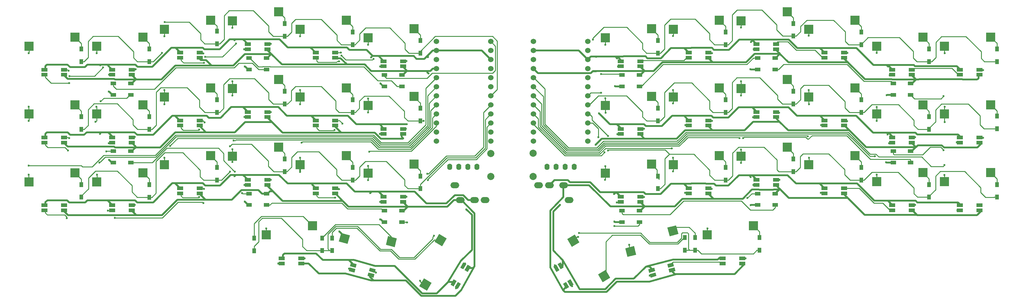
<source format=gbr>
%TF.GenerationSoftware,KiCad,Pcbnew,(5.1.12)-1*%
%TF.CreationDate,2022-11-19T09:49:22+01:00*%
%TF.ProjectId,corne-cherry,636f726e-652d-4636-9865-7272792e6b69,3.0.1*%
%TF.SameCoordinates,Original*%
%TF.FileFunction,Copper,L2,Bot*%
%TF.FilePolarity,Positive*%
%FSLAX46Y46*%
G04 Gerber Fmt 4.6, Leading zero omitted, Abs format (unit mm)*
G04 Created by KiCad (PCBNEW (5.1.12)-1) date 2022-11-19 09:49:22*
%MOMM*%
%LPD*%
G01*
G04 APERTURE LIST*
%TA.AperFunction,ComponentPad*%
%ADD10C,1.524000*%
%TD*%
%TA.AperFunction,ComponentPad*%
%ADD11C,2.000000*%
%TD*%
%TA.AperFunction,ComponentPad*%
%ADD12O,1.397000X1.778000*%
%TD*%
%TA.AperFunction,ComponentPad*%
%ADD13O,2.500000X1.700000*%
%TD*%
%TA.AperFunction,SMDPad,CuDef*%
%ADD14C,0.100000*%
%TD*%
%TA.AperFunction,SMDPad,CuDef*%
%ADD15R,1.500000X1.000000*%
%TD*%
%TA.AperFunction,SMDPad,CuDef*%
%ADD16R,1.700000X1.000000*%
%TD*%
%TA.AperFunction,SMDPad,CuDef*%
%ADD17R,2.550000X2.500000*%
%TD*%
%TA.AperFunction,SMDPad,CuDef*%
%ADD18R,1.000000X1.400000*%
%TD*%
%TA.AperFunction,ViaPad*%
%ADD19C,0.600000*%
%TD*%
%TA.AperFunction,Conductor*%
%ADD20C,0.250000*%
%TD*%
%TA.AperFunction,Conductor*%
%ADD21C,0.254000*%
%TD*%
%TA.AperFunction,Conductor*%
%ADD22C,0.508000*%
%TD*%
%TA.AperFunction,Conductor*%
%ADD23C,0.500000*%
%TD*%
G04 APERTURE END LIST*
D10*
%TO.P,U1,24*%
%TO.N,Net-(U1-Pad24)*%
X127203900Y-31942000D03*
%TO.P,U1,23*%
%TO.N,GND*%
X127203900Y-34482000D03*
%TO.P,U1,22*%
%TO.N,reset*%
X127203900Y-37022000D03*
%TO.P,U1,21*%
%TO.N,VCC*%
X127203900Y-39562000D03*
%TO.P,U1,20*%
%TO.N,col0*%
X127203900Y-42102000D03*
%TO.P,U1,19*%
%TO.N,col1*%
X127203900Y-44642000D03*
%TO.P,U1,18*%
%TO.N,col2*%
X127203900Y-47182000D03*
%TO.P,U1,17*%
%TO.N,col3*%
X127203900Y-49722000D03*
%TO.P,U1,16*%
%TO.N,col4*%
X127203900Y-52262000D03*
%TO.P,U1,15*%
%TO.N,col5*%
X127203900Y-54802000D03*
%TO.P,U1,14*%
%TO.N,Net-(U1-Pad14)*%
X127203900Y-57342000D03*
%TO.P,U1,13*%
%TO.N,Net-(U1-Pad13)*%
X127203900Y-59882000D03*
%TO.P,U1,12*%
%TO.N,Net-(U1-Pad12)*%
X142423900Y-59882000D03*
%TO.P,U1,11*%
%TO.N,Net-(U1-Pad11)*%
X142423900Y-57342000D03*
%TO.P,U1,10*%
%TO.N,row3*%
X142423900Y-54802000D03*
%TO.P,U1,9*%
%TO.N,row2*%
X142423900Y-52262000D03*
%TO.P,U1,8*%
%TO.N,row1*%
X142423900Y-49722000D03*
%TO.P,U1,7*%
%TO.N,row0*%
X142423900Y-47182000D03*
%TO.P,U1,6*%
%TO.N,SCL*%
X142423900Y-44642000D03*
%TO.P,U1,5*%
%TO.N,SDA*%
X142423900Y-42102000D03*
%TO.P,U1,4*%
%TO.N,GND*%
X142423900Y-39562000D03*
%TO.P,U1,3*%
X142423900Y-37022000D03*
%TO.P,U1,2*%
%TO.N,data*%
X142423900Y-34482000D03*
%TO.P,U1,1*%
%TO.N,LED*%
X142423900Y-31942000D03*
%TD*%
%TO.P,U2,24*%
%TO.N,Net-(U2-Pad24)*%
X154378900Y-31912000D03*
%TO.P,U2,23*%
%TO.N,GNDA*%
X154378900Y-34452000D03*
%TO.P,U2,22*%
%TO.N,reset_r*%
X154378900Y-36992000D03*
%TO.P,U2,21*%
%TO.N,VDD*%
X154378900Y-39532000D03*
%TO.P,U2,20*%
%TO.N,col0_r*%
X154378900Y-42072000D03*
%TO.P,U2,19*%
%TO.N,col1_r*%
X154378900Y-44612000D03*
%TO.P,U2,18*%
%TO.N,col2_r*%
X154378900Y-47152000D03*
%TO.P,U2,17*%
%TO.N,col3_r*%
X154378900Y-49692000D03*
%TO.P,U2,16*%
%TO.N,col4_r*%
X154378900Y-52232000D03*
%TO.P,U2,15*%
%TO.N,col5_r*%
X154378900Y-54772000D03*
%TO.P,U2,14*%
%TO.N,Net-(U2-Pad14)*%
X154378900Y-57312000D03*
%TO.P,U2,13*%
%TO.N,Net-(U2-Pad13)*%
X154378900Y-59852000D03*
%TO.P,U2,12*%
%TO.N,Net-(U2-Pad12)*%
X169598900Y-59852000D03*
%TO.P,U2,11*%
%TO.N,Net-(U2-Pad11)*%
X169598900Y-57312000D03*
%TO.P,U2,10*%
%TO.N,row3_r*%
X169598900Y-54772000D03*
%TO.P,U2,9*%
%TO.N,row2_r*%
X169598900Y-52232000D03*
%TO.P,U2,8*%
%TO.N,row1_r*%
X169598900Y-49692000D03*
%TO.P,U2,7*%
%TO.N,row0_r*%
X169598900Y-47152000D03*
%TO.P,U2,6*%
%TO.N,SCL_r*%
X169598900Y-44612000D03*
%TO.P,U2,5*%
%TO.N,SDA_r*%
X169598900Y-42072000D03*
%TO.P,U2,4*%
%TO.N,GNDA*%
X169598900Y-39532000D03*
%TO.P,U2,3*%
X169598900Y-36992000D03*
%TO.P,U2,2*%
%TO.N,data_r*%
X169598900Y-34452000D03*
%TO.P,U2,1*%
%TO.N,LED_r*%
X169598900Y-31912000D03*
%TD*%
D11*
%TO.P,RSW2,2*%
%TO.N,GNDA*%
X154304500Y-63272000D03*
%TO.P,RSW2,1*%
%TO.N,reset_r*%
X154304500Y-69772000D03*
%TD*%
%TO.P,RSW1,2*%
%TO.N,GND*%
X142424500Y-63281000D03*
%TO.P,RSW1,1*%
%TO.N,reset*%
X142424500Y-69781000D03*
%TD*%
D12*
%TO.P,J4,4*%
%TO.N,GNDA*%
X165797500Y-67020000D03*
%TO.P,J4,3*%
%TO.N,VDD*%
X163257500Y-67020000D03*
%TO.P,J4,2*%
%TO.N,SCL_r*%
X160717500Y-67020000D03*
%TO.P,J4,1*%
%TO.N,SDA_r*%
X158177500Y-67020000D03*
%TD*%
%TO.P,J2,4*%
%TO.N,GND*%
X138568500Y-67028000D03*
%TO.P,J2,3*%
%TO.N,VCC*%
X136028500Y-67028000D03*
%TO.P,J2,2*%
%TO.N,SCL*%
X133488500Y-67028000D03*
%TO.P,J2,1*%
%TO.N,SDA*%
X130948500Y-67028000D03*
%TD*%
D13*
%TO.P,J3,A*%
%TO.N,Net-(J3-PadA)*%
X164337500Y-76370000D03*
%TO.P,J3,D*%
%TO.N,VDD*%
X162837500Y-72170000D03*
%TO.P,J3,C*%
%TO.N,GNDA*%
X158837500Y-72170000D03*
%TO.P,J3,B*%
%TO.N,data_r*%
X155837500Y-72170000D03*
%TD*%
%TO.P,J1,A*%
%TO.N,Net-(J1-PadA)*%
X132334500Y-72192000D03*
%TO.P,J1,D*%
%TO.N,VCC*%
X133834500Y-76392000D03*
%TO.P,J1,C*%
%TO.N,GND*%
X137834500Y-76392000D03*
%TO.P,J1,B*%
%TO.N,data*%
X140834500Y-76392000D03*
%TD*%
%TA.AperFunction,SMDPad,CuDef*%
D14*
%TO.P,SW21,2*%
%TO.N,Net-(D21-Pad2)*%
G36*
X127934059Y-85826498D02*
G01*
X130099123Y-87076498D01*
X128824123Y-89284862D01*
X126659059Y-88034862D01*
X127934059Y-85826498D01*
G37*
%TD.AperFunction*%
%TA.AperFunction,SMDPad,CuDef*%
%TO.P,SW21,1*%
%TO.N,col5*%
G36*
X123670263Y-98291608D02*
G01*
X125835327Y-99541608D01*
X124560327Y-101749972D01*
X122395263Y-100499972D01*
X123670263Y-98291608D01*
G37*
%TD.AperFunction*%
%TD*%
%TA.AperFunction,SMDPad,CuDef*%
%TO.P,SW42,2*%
%TO.N,Net-(D42-Pad2)*%
G36*
X175904941Y-98148502D02*
G01*
X173739877Y-99398502D01*
X172464877Y-97190138D01*
X174629941Y-95940138D01*
X175904941Y-98148502D01*
G37*
%TD.AperFunction*%
%TA.AperFunction,SMDPad,CuDef*%
%TO.P,SW42,1*%
%TO.N,col5_r*%
G36*
X167241737Y-88223392D02*
G01*
X165076673Y-89473392D01*
X163801673Y-87265028D01*
X165966737Y-86015028D01*
X167241737Y-88223392D01*
G37*
%TD.AperFunction*%
%TD*%
D15*
%TO.P,LED1,1*%
%TO.N,VCC*%
X41557500Y-43680000D03*
%TO.P,LED1,2*%
%TO.N,Net-(LED1-Pad2)*%
X41557500Y-46880000D03*
%TO.P,LED1,4*%
%TO.N,Net-(LED1-Pad4)*%
X36657500Y-43680000D03*
%TO.P,LED1,3*%
%TO.N,GND*%
X36657500Y-46880000D03*
%TD*%
%TO.P,LED2,1*%
%TO.N,VCC*%
X79557500Y-36555000D03*
%TO.P,LED2,2*%
%TO.N,Net-(LED1-Pad4)*%
X79557500Y-39755000D03*
%TO.P,LED2,4*%
%TO.N,Net-(LED2-Pad4)*%
X74657500Y-36555000D03*
%TO.P,LED2,3*%
%TO.N,GND*%
X74657500Y-39755000D03*
%TD*%
%TO.P,LED3,1*%
%TO.N,VCC*%
X117557500Y-41305000D03*
%TO.P,LED3,2*%
%TO.N,Net-(LED2-Pad4)*%
X117557500Y-44505000D03*
%TO.P,LED3,4*%
%TO.N,LED*%
X112657500Y-41305000D03*
%TO.P,LED3,3*%
%TO.N,GND*%
X112657500Y-44505000D03*
%TD*%
%TO.P,LED4,1*%
%TO.N,VCC*%
X41557500Y-62680000D03*
%TO.P,LED4,2*%
%TO.N,Net-(LED4-Pad2)*%
X41557500Y-65880000D03*
%TO.P,LED4,4*%
%TO.N,Net-(LED1-Pad2)*%
X36657500Y-62680000D03*
%TO.P,LED4,3*%
%TO.N,GND*%
X36657500Y-65880000D03*
%TD*%
%TO.P,LED5,1*%
%TO.N,VCC*%
X79557500Y-74555000D03*
%TO.P,LED5,2*%
%TO.N,Net-(LED5-Pad2)*%
X79557500Y-77755000D03*
%TO.P,LED5,4*%
%TO.N,Net-(LED4-Pad2)*%
X74657500Y-74555000D03*
%TO.P,LED5,3*%
%TO.N,GND*%
X74657500Y-77755000D03*
%TD*%
%TO.P,LED6,1*%
%TO.N,VCC*%
X117557500Y-79305000D03*
%TO.P,LED6,2*%
%TO.N,Net-(LED27-Pad4)*%
X117557500Y-82505000D03*
%TO.P,LED6,4*%
%TO.N,Net-(LED5-Pad2)*%
X112657500Y-79305000D03*
%TO.P,LED6,3*%
%TO.N,GND*%
X112657500Y-82505000D03*
%TD*%
%TO.P,LED28,1*%
%TO.N,VDD*%
X260057500Y-43680000D03*
%TO.P,LED28,2*%
%TO.N,Net-(LED28-Pad2)*%
X260057500Y-46880000D03*
%TO.P,LED28,4*%
%TO.N,Net-(LED28-Pad4)*%
X255157500Y-43680000D03*
%TO.P,LED28,3*%
%TO.N,GNDA*%
X255157500Y-46880000D03*
%TD*%
%TO.P,LED29,1*%
%TO.N,VDD*%
X222057500Y-36555000D03*
%TO.P,LED29,2*%
%TO.N,Net-(LED28-Pad4)*%
X222057500Y-39755000D03*
%TO.P,LED29,4*%
%TO.N,Net-(LED29-Pad4)*%
X217157500Y-36555000D03*
%TO.P,LED29,3*%
%TO.N,GNDA*%
X217157500Y-39755000D03*
%TD*%
%TO.P,LED30,1*%
%TO.N,VDD*%
X184057500Y-41305000D03*
%TO.P,LED30,2*%
%TO.N,Net-(LED29-Pad4)*%
X184057500Y-44505000D03*
%TO.P,LED30,4*%
%TO.N,LED_r*%
X179157500Y-41305000D03*
%TO.P,LED30,3*%
%TO.N,GNDA*%
X179157500Y-44505000D03*
%TD*%
%TO.P,LED31,1*%
%TO.N,VDD*%
X260057500Y-62680000D03*
%TO.P,LED31,2*%
%TO.N,Net-(LED31-Pad2)*%
X260057500Y-65880000D03*
%TO.P,LED31,4*%
%TO.N,Net-(LED28-Pad2)*%
X255157500Y-62680000D03*
%TO.P,LED31,3*%
%TO.N,GNDA*%
X255157500Y-65880000D03*
%TD*%
%TO.P,LED32,1*%
%TO.N,VDD*%
X222057500Y-74555000D03*
%TO.P,LED32,2*%
%TO.N,Net-(LED32-Pad2)*%
X222057500Y-77755000D03*
%TO.P,LED32,4*%
%TO.N,Net-(LED31-Pad2)*%
X217157500Y-74555000D03*
%TO.P,LED32,3*%
%TO.N,GNDA*%
X217157500Y-77755000D03*
%TD*%
%TO.P,LED33,1*%
%TO.N,VDD*%
X184057500Y-79305000D03*
%TO.P,LED33,2*%
%TO.N,Net-(LED33-Pad2)*%
X184057500Y-82505000D03*
%TO.P,LED33,4*%
%TO.N,Net-(LED32-Pad2)*%
X179157500Y-79305000D03*
%TO.P,LED33,3*%
%TO.N,GNDA*%
X179157500Y-82505000D03*
%TD*%
%TA.AperFunction,SMDPad,CuDef*%
D14*
%TO.P,LED26,2*%
%TO.N,Net-(LED25-Pad4)*%
G36*
X108265133Y-96291719D02*
G01*
X108523952Y-95325793D01*
X110166025Y-95765785D01*
X109907206Y-96731711D01*
X108265133Y-96291719D01*
G37*
%TD.AperFunction*%
%TA.AperFunction,SMDPad,CuDef*%
%TO.P,LED26,1*%
%TO.N,VCC*%
G36*
X107902787Y-97644015D02*
G01*
X108161606Y-96678089D01*
X109803679Y-97118081D01*
X109544860Y-98084007D01*
X107902787Y-97644015D01*
G37*
%TD.AperFunction*%
%TA.AperFunction,SMDPad,CuDef*%
%TO.P,LED26,3*%
%TO.N,GND*%
G36*
X102952541Y-94868215D02*
G01*
X103211360Y-93902289D01*
X104853433Y-94342281D01*
X104594614Y-95308207D01*
X102952541Y-94868215D01*
G37*
%TD.AperFunction*%
%TA.AperFunction,SMDPad,CuDef*%
%TO.P,LED26,4*%
%TO.N,Net-(LED23-Pad2)*%
G36*
X102590195Y-96220511D02*
G01*
X102849014Y-95254585D01*
X104491087Y-95694577D01*
X104232268Y-96660503D01*
X102590195Y-96220511D01*
G37*
%TD.AperFunction*%
%TD*%
D16*
%TO.P,LED7,2*%
%TO.N,Net-(LED13-Pad4)*%
X22857500Y-39830000D03*
%TO.P,LED7,1*%
%TO.N,VCC*%
X22857500Y-41230000D03*
%TO.P,LED7,3*%
%TO.N,GND*%
X17357500Y-39830000D03*
%TO.P,LED7,4*%
%TO.N,Net-(LED7-Pad4)*%
X17357500Y-41230000D03*
%TD*%
%TO.P,LED8,2*%
%TO.N,Net-(LED7-Pad4)*%
X41857500Y-39830000D03*
%TO.P,LED8,1*%
%TO.N,VCC*%
X41857500Y-41230000D03*
%TO.P,LED8,3*%
%TO.N,GND*%
X36357500Y-39830000D03*
%TO.P,LED8,4*%
%TO.N,Net-(LED14-Pad2)*%
X36357500Y-41230000D03*
%TD*%
%TO.P,LED9,2*%
%TO.N,Net-(LED15-Pad4)*%
X60857500Y-35080000D03*
%TO.P,LED9,1*%
%TO.N,VCC*%
X60857500Y-36480000D03*
%TO.P,LED9,3*%
%TO.N,GND*%
X55357500Y-35080000D03*
%TO.P,LED9,4*%
%TO.N,Net-(LED10-Pad2)*%
X55357500Y-36480000D03*
%TD*%
%TO.P,LED10,2*%
%TO.N,Net-(LED10-Pad2)*%
X79857500Y-32705000D03*
%TO.P,LED10,1*%
%TO.N,VCC*%
X79857500Y-34105000D03*
%TO.P,LED10,3*%
%TO.N,GND*%
X74357500Y-32705000D03*
%TO.P,LED10,4*%
%TO.N,Net-(LED10-Pad4)*%
X74357500Y-34105000D03*
%TD*%
%TO.P,LED11,2*%
%TO.N,Net-(LED11-Pad2)*%
X98857500Y-35080000D03*
%TO.P,LED11,1*%
%TO.N,VCC*%
X98857500Y-36480000D03*
%TO.P,LED11,3*%
%TO.N,GND*%
X93357500Y-35080000D03*
%TO.P,LED11,4*%
%TO.N,Net-(LED11-Pad4)*%
X93357500Y-36480000D03*
%TD*%
%TO.P,LED12,2*%
%TO.N,Net-(LED11-Pad4)*%
X117857500Y-37455000D03*
%TO.P,LED12,1*%
%TO.N,VCC*%
X117857500Y-38855000D03*
%TO.P,LED12,3*%
%TO.N,GND*%
X112357500Y-37455000D03*
%TO.P,LED12,4*%
%TO.N,Net-(LED12-Pad4)*%
X112357500Y-38855000D03*
%TD*%
%TO.P,LED13,2*%
%TO.N,Net-(LED13-Pad2)*%
X22857500Y-58830000D03*
%TO.P,LED13,1*%
%TO.N,VCC*%
X22857500Y-60230000D03*
%TO.P,LED13,3*%
%TO.N,GND*%
X17357500Y-58830000D03*
%TO.P,LED13,4*%
%TO.N,Net-(LED13-Pad4)*%
X17357500Y-60230000D03*
%TD*%
%TO.P,LED14,2*%
%TO.N,Net-(LED14-Pad2)*%
X41857500Y-58830000D03*
%TO.P,LED14,1*%
%TO.N,VCC*%
X41857500Y-60230000D03*
%TO.P,LED14,3*%
%TO.N,GND*%
X36357500Y-58830000D03*
%TO.P,LED14,4*%
%TO.N,Net-(LED14-Pad4)*%
X36357500Y-60230000D03*
%TD*%
%TO.P,LED15,2*%
%TO.N,Net-(LED15-Pad2)*%
X60857500Y-54080000D03*
%TO.P,LED15,1*%
%TO.N,VCC*%
X60857500Y-55480000D03*
%TO.P,LED15,3*%
%TO.N,GND*%
X55357500Y-54080000D03*
%TO.P,LED15,4*%
%TO.N,Net-(LED15-Pad4)*%
X55357500Y-55480000D03*
%TD*%
%TO.P,LED16,2*%
%TO.N,Net-(LED10-Pad4)*%
X79857500Y-51705000D03*
%TO.P,LED16,1*%
%TO.N,VCC*%
X79857500Y-53105000D03*
%TO.P,LED16,3*%
%TO.N,GND*%
X74357500Y-51705000D03*
%TO.P,LED16,4*%
%TO.N,Net-(LED16-Pad4)*%
X74357500Y-53105000D03*
%TD*%
%TO.P,LED17,2*%
%TO.N,Net-(LED17-Pad2)*%
X98857500Y-54080000D03*
%TO.P,LED17,1*%
%TO.N,VCC*%
X98857500Y-55480000D03*
%TO.P,LED17,3*%
%TO.N,GND*%
X93357500Y-54080000D03*
%TO.P,LED17,4*%
%TO.N,Net-(LED11-Pad2)*%
X93357500Y-55480000D03*
%TD*%
%TO.P,LED18,2*%
%TO.N,Net-(LED12-Pad4)*%
X117857500Y-56455000D03*
%TO.P,LED18,1*%
%TO.N,VCC*%
X117857500Y-57855000D03*
%TO.P,LED18,3*%
%TO.N,GND*%
X112357500Y-56455000D03*
%TO.P,LED18,4*%
%TO.N,Net-(LED18-Pad4)*%
X112357500Y-57855000D03*
%TD*%
%TO.P,LED19,2*%
%TO.N,Net-(LED19-Pad2)*%
X22857500Y-77830000D03*
%TO.P,LED19,1*%
%TO.N,VCC*%
X22857500Y-79230000D03*
%TO.P,LED19,3*%
%TO.N,GND*%
X17357500Y-77830000D03*
%TO.P,LED19,4*%
%TO.N,Net-(LED13-Pad2)*%
X17357500Y-79230000D03*
%TD*%
%TO.P,LED20,2*%
%TO.N,Net-(LED14-Pad4)*%
X41857500Y-77830000D03*
%TO.P,LED20,1*%
%TO.N,VCC*%
X41857500Y-79230000D03*
%TO.P,LED20,3*%
%TO.N,GND*%
X36357500Y-77830000D03*
%TO.P,LED20,4*%
%TO.N,Net-(LED20-Pad4)*%
X36357500Y-79230000D03*
%TD*%
%TO.P,LED21,2*%
%TO.N,Net-(LED20-Pad4)*%
X60857500Y-73080000D03*
%TO.P,LED21,1*%
%TO.N,VCC*%
X60857500Y-74480000D03*
%TO.P,LED21,3*%
%TO.N,GND*%
X55357500Y-73080000D03*
%TO.P,LED21,4*%
%TO.N,Net-(LED15-Pad2)*%
X55357500Y-74480000D03*
%TD*%
%TO.P,LED22,2*%
%TO.N,Net-(LED16-Pad4)*%
X79857500Y-70705000D03*
%TO.P,LED22,1*%
%TO.N,VCC*%
X79857500Y-72105000D03*
%TO.P,LED22,3*%
%TO.N,GND*%
X74357500Y-70705000D03*
%TO.P,LED22,4*%
%TO.N,Net-(LED22-Pad4)*%
X74357500Y-72105000D03*
%TD*%
%TO.P,LED24,2*%
%TO.N,Net-(LED18-Pad4)*%
X117857500Y-75455000D03*
%TO.P,LED24,1*%
%TO.N,VCC*%
X117857500Y-76855000D03*
%TO.P,LED24,3*%
%TO.N,GND*%
X112357500Y-75455000D03*
%TO.P,LED24,4*%
%TO.N,Net-(LED24-Pad4)*%
X112357500Y-76855000D03*
%TD*%
%TO.P,LED25,2*%
%TO.N,Net-(LED22-Pad4)*%
X89357500Y-92705000D03*
%TO.P,LED25,1*%
%TO.N,VCC*%
X89357500Y-94105000D03*
%TO.P,LED25,3*%
%TO.N,GND*%
X83857500Y-92705000D03*
%TO.P,LED25,4*%
%TO.N,Net-(LED25-Pad4)*%
X83857500Y-94105000D03*
%TD*%
%TA.AperFunction,SMDPad,CuDef*%
D14*
%TO.P,LED27,2*%
%TO.N,Net-(LED24-Pad4)*%
G36*
X134747916Y-95784552D02*
G01*
X133881890Y-95284552D01*
X134731890Y-93812308D01*
X135597916Y-94312308D01*
X134747916Y-95784552D01*
G37*
%TD.AperFunction*%
%TA.AperFunction,SMDPad,CuDef*%
%TO.P,LED27,1*%
%TO.N,VCC*%
G36*
X135960352Y-96484552D02*
G01*
X135094326Y-95984552D01*
X135944326Y-94512308D01*
X136810352Y-95012308D01*
X135960352Y-96484552D01*
G37*
%TD.AperFunction*%
%TA.AperFunction,SMDPad,CuDef*%
%TO.P,LED27,3*%
%TO.N,GND*%
G36*
X131997916Y-100547692D02*
G01*
X131131890Y-100047692D01*
X131981890Y-98575448D01*
X132847916Y-99075448D01*
X131997916Y-100547692D01*
G37*
%TD.AperFunction*%
%TA.AperFunction,SMDPad,CuDef*%
%TO.P,LED27,4*%
%TO.N,Net-(LED27-Pad4)*%
G36*
X133210352Y-101247692D02*
G01*
X132344326Y-100747692D01*
X133194326Y-99275448D01*
X134060352Y-99775448D01*
X133210352Y-101247692D01*
G37*
%TD.AperFunction*%
%TD*%
D16*
%TO.P,LED43,2*%
%TO.N,Net-(LED37-Pad4)*%
X222357500Y-51705000D03*
%TO.P,LED43,1*%
%TO.N,VDD*%
X222357500Y-53105000D03*
%TO.P,LED43,3*%
%TO.N,GNDA*%
X216857500Y-51705000D03*
%TO.P,LED43,4*%
%TO.N,Net-(LED43-Pad4)*%
X216857500Y-53105000D03*
%TD*%
%TO.P,LED44,2*%
%TO.N,Net-(LED44-Pad2)*%
X203357500Y-54080000D03*
%TO.P,LED44,1*%
%TO.N,VDD*%
X203357500Y-55480000D03*
%TO.P,LED44,3*%
%TO.N,GNDA*%
X197857500Y-54080000D03*
%TO.P,LED44,4*%
%TO.N,Net-(LED38-Pad2)*%
X197857500Y-55480000D03*
%TD*%
%TO.P,LED45,2*%
%TO.N,Net-(LED39-Pad4)*%
X184357500Y-56455000D03*
%TO.P,LED45,1*%
%TO.N,VDD*%
X184357500Y-57855000D03*
%TO.P,LED45,3*%
%TO.N,GNDA*%
X178857500Y-56455000D03*
%TO.P,LED45,4*%
%TO.N,Net-(LED45-Pad4)*%
X178857500Y-57855000D03*
%TD*%
%TO.P,LED46,2*%
%TO.N,Net-(LED46-Pad2)*%
X279357500Y-77830000D03*
%TO.P,LED46,1*%
%TO.N,VDD*%
X279357500Y-79230000D03*
%TO.P,LED46,3*%
%TO.N,GNDA*%
X273857500Y-77830000D03*
%TO.P,LED46,4*%
%TO.N,Net-(LED40-Pad2)*%
X273857500Y-79230000D03*
%TD*%
%TO.P,LED47,2*%
%TO.N,Net-(LED41-Pad4)*%
X260357500Y-77830000D03*
%TO.P,LED47,1*%
%TO.N,VDD*%
X260357500Y-79230000D03*
%TO.P,LED47,3*%
%TO.N,GNDA*%
X254857500Y-77830000D03*
%TO.P,LED47,4*%
%TO.N,Net-(LED47-Pad4)*%
X254857500Y-79230000D03*
%TD*%
%TO.P,LED48,2*%
%TO.N,Net-(LED47-Pad4)*%
X241357500Y-73080000D03*
%TO.P,LED48,1*%
%TO.N,VDD*%
X241357500Y-74480000D03*
%TO.P,LED48,3*%
%TO.N,GNDA*%
X235857500Y-73080000D03*
%TO.P,LED48,4*%
%TO.N,Net-(LED42-Pad2)*%
X235857500Y-74480000D03*
%TD*%
%TO.P,LED49,2*%
%TO.N,Net-(LED43-Pad4)*%
X222357500Y-70705000D03*
%TO.P,LED49,1*%
%TO.N,VDD*%
X222357500Y-72105000D03*
%TO.P,LED49,3*%
%TO.N,GNDA*%
X216857500Y-70705000D03*
%TO.P,LED49,4*%
%TO.N,Net-(LED49-Pad4)*%
X216857500Y-72105000D03*
%TD*%
%TO.P,LED50,2*%
%TO.N,Net-(LED50-Pad2)*%
X203357500Y-73080000D03*
%TO.P,LED50,1*%
%TO.N,VDD*%
X203357500Y-74480000D03*
%TO.P,LED50,3*%
%TO.N,GNDA*%
X197857500Y-73080000D03*
%TO.P,LED50,4*%
%TO.N,Net-(LED44-Pad2)*%
X197857500Y-74480000D03*
%TD*%
%TO.P,LED51,2*%
%TO.N,Net-(LED45-Pad4)*%
X184357500Y-75455000D03*
%TO.P,LED51,1*%
%TO.N,VDD*%
X184357500Y-76855000D03*
%TO.P,LED51,3*%
%TO.N,GNDA*%
X178857500Y-75455000D03*
%TO.P,LED51,4*%
%TO.N,Net-(LED51-Pad4)*%
X178857500Y-76855000D03*
%TD*%
%TO.P,LED52,2*%
%TO.N,Net-(LED49-Pad4)*%
X212857500Y-92705000D03*
%TO.P,LED52,1*%
%TO.N,VDD*%
X212857500Y-94105000D03*
%TO.P,LED52,3*%
%TO.N,GNDA*%
X207357500Y-92705000D03*
%TO.P,LED52,4*%
%TO.N,Net-(LED52-Pad4)*%
X207357500Y-94105000D03*
%TD*%
%TA.AperFunction,SMDPad,CuDef*%
D14*
%TO.P,LED53,2*%
%TO.N,Net-(LED52-Pad4)*%
G36*
X192127386Y-95303207D02*
G01*
X191868567Y-94337281D01*
X193510640Y-93897289D01*
X193769459Y-94863215D01*
X192127386Y-95303207D01*
G37*
%TD.AperFunction*%
%TA.AperFunction,SMDPad,CuDef*%
%TO.P,LED53,1*%
%TO.N,VDD*%
G36*
X192489732Y-96655503D02*
G01*
X192230913Y-95689577D01*
X193872986Y-95249585D01*
X194131805Y-96215511D01*
X192489732Y-96655503D01*
G37*
%TD.AperFunction*%
%TA.AperFunction,SMDPad,CuDef*%
%TO.P,LED53,3*%
%TO.N,GNDA*%
G36*
X186814794Y-96726711D02*
G01*
X186555975Y-95760785D01*
X188198048Y-95320793D01*
X188456867Y-96286719D01*
X186814794Y-96726711D01*
G37*
%TD.AperFunction*%
%TA.AperFunction,SMDPad,CuDef*%
%TO.P,LED53,4*%
%TO.N,Net-(LED50-Pad2)*%
G36*
X187177140Y-98079007D02*
G01*
X186918321Y-97113081D01*
X188560394Y-96673089D01*
X188819213Y-97639015D01*
X187177140Y-98079007D01*
G37*
%TD.AperFunction*%
%TD*%
%TA.AperFunction,SMDPad,CuDef*%
%TO.P,LED54,2*%
%TO.N,Net-(LED51-Pad4)*%
G36*
X163874084Y-99070448D02*
G01*
X164740110Y-98570448D01*
X165590110Y-100042692D01*
X164724084Y-100542692D01*
X163874084Y-99070448D01*
G37*
%TD.AperFunction*%
%TA.AperFunction,SMDPad,CuDef*%
%TO.P,LED54,1*%
%TO.N,VDD*%
G36*
X162661648Y-99770448D02*
G01*
X163527674Y-99270448D01*
X164377674Y-100742692D01*
X163511648Y-101242692D01*
X162661648Y-99770448D01*
G37*
%TD.AperFunction*%
%TA.AperFunction,SMDPad,CuDef*%
%TO.P,LED54,3*%
%TO.N,GNDA*%
G36*
X161124084Y-94307308D02*
G01*
X161990110Y-93807308D01*
X162840110Y-95279552D01*
X161974084Y-95779552D01*
X161124084Y-94307308D01*
G37*
%TD.AperFunction*%
%TA.AperFunction,SMDPad,CuDef*%
%TO.P,LED54,4*%
%TO.N,Net-(LED33-Pad2)*%
G36*
X159911648Y-95007308D02*
G01*
X160777674Y-94507308D01*
X161627674Y-95979552D01*
X160761648Y-96479552D01*
X159911648Y-95007308D01*
G37*
%TD.AperFunction*%
%TD*%
D16*
%TO.P,LED23,2*%
%TO.N,Net-(LED23-Pad2)*%
X98857500Y-73080000D03*
%TO.P,LED23,1*%
%TO.N,VCC*%
X98857500Y-74480000D03*
%TO.P,LED23,3*%
%TO.N,GND*%
X93357500Y-73080000D03*
%TO.P,LED23,4*%
%TO.N,Net-(LED17-Pad2)*%
X93357500Y-74480000D03*
%TD*%
%TO.P,LED34,2*%
%TO.N,Net-(LED34-Pad2)*%
X279357500Y-39830000D03*
%TO.P,LED34,1*%
%TO.N,VDD*%
X279357500Y-41230000D03*
%TO.P,LED34,3*%
%TO.N,GNDA*%
X273857500Y-39830000D03*
%TO.P,LED34,4*%
%TO.N,Net-(LED34-Pad4)*%
X273857500Y-41230000D03*
%TD*%
%TO.P,LED35,2*%
%TO.N,Net-(LED34-Pad4)*%
X260357500Y-39830000D03*
%TO.P,LED35,1*%
%TO.N,VDD*%
X260357500Y-41230000D03*
%TO.P,LED35,3*%
%TO.N,GNDA*%
X254857500Y-39830000D03*
%TO.P,LED35,4*%
%TO.N,Net-(LED35-Pad4)*%
X254857500Y-41230000D03*
%TD*%
%TO.P,LED36,2*%
%TO.N,Net-(LED36-Pad2)*%
X241357500Y-35080000D03*
%TO.P,LED36,1*%
%TO.N,VDD*%
X241357500Y-36480000D03*
%TO.P,LED36,3*%
%TO.N,GNDA*%
X235857500Y-35080000D03*
%TO.P,LED36,4*%
%TO.N,Net-(LED36-Pad4)*%
X235857500Y-36480000D03*
%TD*%
%TO.P,LED37,2*%
%TO.N,Net-(LED36-Pad4)*%
X222357500Y-32705000D03*
%TO.P,LED37,1*%
%TO.N,VDD*%
X222357500Y-34105000D03*
%TO.P,LED37,3*%
%TO.N,GNDA*%
X216857500Y-32705000D03*
%TO.P,LED37,4*%
%TO.N,Net-(LED37-Pad4)*%
X216857500Y-34105000D03*
%TD*%
%TO.P,LED38,2*%
%TO.N,Net-(LED38-Pad2)*%
X203357500Y-35080000D03*
%TO.P,LED38,1*%
%TO.N,VDD*%
X203357500Y-36480000D03*
%TO.P,LED38,3*%
%TO.N,GNDA*%
X197857500Y-35080000D03*
%TO.P,LED38,4*%
%TO.N,Net-(LED38-Pad4)*%
X197857500Y-36480000D03*
%TD*%
%TO.P,LED39,2*%
%TO.N,Net-(LED38-Pad4)*%
X184357500Y-37455000D03*
%TO.P,LED39,1*%
%TO.N,VDD*%
X184357500Y-38855000D03*
%TO.P,LED39,3*%
%TO.N,GNDA*%
X178857500Y-37455000D03*
%TO.P,LED39,4*%
%TO.N,Net-(LED39-Pad4)*%
X178857500Y-38855000D03*
%TD*%
%TO.P,LED40,2*%
%TO.N,Net-(LED40-Pad2)*%
X279357500Y-58830000D03*
%TO.P,LED40,1*%
%TO.N,VDD*%
X279357500Y-60230000D03*
%TO.P,LED40,3*%
%TO.N,GNDA*%
X273857500Y-58830000D03*
%TO.P,LED40,4*%
%TO.N,Net-(LED34-Pad2)*%
X273857500Y-60230000D03*
%TD*%
%TO.P,LED41,2*%
%TO.N,Net-(LED35-Pad4)*%
X260357500Y-58830000D03*
%TO.P,LED41,1*%
%TO.N,VDD*%
X260357500Y-60230000D03*
%TO.P,LED41,3*%
%TO.N,GNDA*%
X254857500Y-58830000D03*
%TO.P,LED41,4*%
%TO.N,Net-(LED41-Pad4)*%
X254857500Y-60230000D03*
%TD*%
%TO.P,LED42,2*%
%TO.N,Net-(LED42-Pad2)*%
X241357500Y-54080000D03*
%TO.P,LED42,1*%
%TO.N,VDD*%
X241357500Y-55480000D03*
%TO.P,LED42,3*%
%TO.N,GNDA*%
X235857500Y-54080000D03*
%TO.P,LED42,4*%
%TO.N,Net-(LED36-Pad2)*%
X235857500Y-55480000D03*
%TD*%
D17*
%TO.P,SW6,2*%
%TO.N,Net-(D6-Pad2)*%
X120949500Y-28325000D03*
%TO.P,SW6,1*%
%TO.N,col5*%
X108022500Y-30865000D03*
%TD*%
%TO.P,SW33,2*%
%TO.N,Net-(D33-Pad2)*%
X187456500Y-47320000D03*
%TO.P,SW33,1*%
%TO.N,col5_r*%
X174529500Y-49860000D03*
%TD*%
%TO.P,SW39,2*%
%TO.N,Net-(D39-Pad2)*%
X187456500Y-66320000D03*
%TO.P,SW39,1*%
%TO.N,col5_r*%
X174529500Y-68860000D03*
%TD*%
%TO.P,SW13,2*%
%TO.N,Net-(D13-Pad2)*%
X25949500Y-68700000D03*
%TO.P,SW13,1*%
%TO.N,col0*%
X13022500Y-71240000D03*
%TD*%
%TO.P,SW35,2*%
%TO.N,Net-(D35-Pad2)*%
X263456500Y-68695000D03*
%TO.P,SW35,1*%
%TO.N,col1_r*%
X250529500Y-71235000D03*
%TD*%
%TO.P,SW37,2*%
%TO.N,Net-(D37-Pad2)*%
X225456500Y-61570000D03*
%TO.P,SW37,1*%
%TO.N,col3_r*%
X212529500Y-64110000D03*
%TD*%
%TO.P,SW14,2*%
%TO.N,Net-(D14-Pad2)*%
X44949500Y-68700000D03*
%TO.P,SW14,1*%
%TO.N,col1*%
X32022500Y-71240000D03*
%TD*%
%TO.P,SW7,2*%
%TO.N,Net-(D7-Pad2)*%
X25949500Y-49700000D03*
%TO.P,SW7,1*%
%TO.N,col0*%
X13022500Y-52240000D03*
%TD*%
%TO.P,SW8,2*%
%TO.N,Net-(D8-Pad2)*%
X44949500Y-49700000D03*
%TO.P,SW8,1*%
%TO.N,col1*%
X32022500Y-52240000D03*
%TD*%
%TO.P,SW1,2*%
%TO.N,Net-(D1-Pad2)*%
X25949500Y-30700000D03*
%TO.P,SW1,1*%
%TO.N,col0*%
X13022500Y-33240000D03*
%TD*%
%TO.P,SW2,2*%
%TO.N,Net-(D2-Pad2)*%
X44949500Y-30700000D03*
%TO.P,SW2,1*%
%TO.N,col1*%
X32022500Y-33240000D03*
%TD*%
%TO.P,SW3,2*%
%TO.N,Net-(D3-Pad2)*%
X63949500Y-25950000D03*
%TO.P,SW3,1*%
%TO.N,col2*%
X51022500Y-28490000D03*
%TD*%
%TO.P,SW4,2*%
%TO.N,Net-(D4-Pad2)*%
X82949500Y-23575000D03*
%TO.P,SW4,1*%
%TO.N,col3*%
X70022500Y-26115000D03*
%TD*%
%TO.P,SW5,2*%
%TO.N,Net-(D5-Pad2)*%
X101949500Y-25950000D03*
%TO.P,SW5,1*%
%TO.N,col4*%
X89022500Y-28490000D03*
%TD*%
%TO.P,SW9,2*%
%TO.N,Net-(D9-Pad2)*%
X63949500Y-44950000D03*
%TO.P,SW9,1*%
%TO.N,col2*%
X51022500Y-47490000D03*
%TD*%
%TO.P,SW10,2*%
%TO.N,Net-(D10-Pad2)*%
X82949500Y-42575000D03*
%TO.P,SW10,1*%
%TO.N,col3*%
X70022500Y-45115000D03*
%TD*%
%TO.P,SW11,2*%
%TO.N,Net-(D11-Pad2)*%
X101949500Y-44950000D03*
%TO.P,SW11,1*%
%TO.N,col4*%
X89022500Y-47490000D03*
%TD*%
%TO.P,SW12,2*%
%TO.N,Net-(D12-Pad2)*%
X120949500Y-47325000D03*
%TO.P,SW12,1*%
%TO.N,col5*%
X108022500Y-49865000D03*
%TD*%
%TO.P,SW15,2*%
%TO.N,Net-(D15-Pad2)*%
X63949500Y-63950000D03*
%TO.P,SW15,1*%
%TO.N,col2*%
X51022500Y-66490000D03*
%TD*%
%TO.P,SW16,2*%
%TO.N,Net-(D16-Pad2)*%
X82949500Y-61575000D03*
%TO.P,SW16,1*%
%TO.N,col3*%
X70022500Y-64115000D03*
%TD*%
%TO.P,SW17,2*%
%TO.N,Net-(D17-Pad2)*%
X101949500Y-63950000D03*
%TO.P,SW17,1*%
%TO.N,col4*%
X89022500Y-66490000D03*
%TD*%
%TO.P,SW18,2*%
%TO.N,Net-(D18-Pad2)*%
X120949500Y-66325000D03*
%TO.P,SW18,1*%
%TO.N,col5*%
X108022500Y-68865000D03*
%TD*%
%TO.P,SW19,2*%
%TO.N,Net-(D19-Pad2)*%
X92449500Y-83575000D03*
%TO.P,SW19,1*%
%TO.N,col3*%
X79522500Y-86115000D03*
%TD*%
%TA.AperFunction,SMDPad,CuDef*%
D14*
%TO.P,SW20,2*%
%TO.N,Net-(D20-Pad2)*%
G36*
X116120318Y-87132705D02*
G01*
X115473271Y-89547520D01*
X113010160Y-88887531D01*
X113657207Y-86472716D01*
X116120318Y-87132705D01*
G37*
%TD.AperFunction*%
%TA.AperFunction,SMDPad,CuDef*%
%TO.P,SW20,1*%
%TO.N,col4*%
G36*
X102976395Y-86240402D02*
G01*
X102329348Y-88655217D01*
X99866237Y-87995228D01*
X100513284Y-85580413D01*
X102976395Y-86240402D01*
G37*
%TD.AperFunction*%
%TD*%
D17*
%TO.P,SW22,2*%
%TO.N,Net-(D22-Pad2)*%
X282456500Y-30695000D03*
%TO.P,SW22,1*%
%TO.N,col0_r*%
X269529500Y-33235000D03*
%TD*%
%TO.P,SW23,2*%
%TO.N,Net-(D23-Pad2)*%
X263456500Y-30695000D03*
%TO.P,SW23,1*%
%TO.N,col1_r*%
X250529500Y-33235000D03*
%TD*%
%TO.P,SW24,2*%
%TO.N,Net-(D24-Pad2)*%
X244456500Y-25945000D03*
%TO.P,SW24,1*%
%TO.N,col2_r*%
X231529500Y-28485000D03*
%TD*%
%TO.P,SW25,2*%
%TO.N,Net-(D25-Pad2)*%
X225456500Y-23570000D03*
%TO.P,SW25,1*%
%TO.N,col3_r*%
X212529500Y-26110000D03*
%TD*%
%TO.P,SW26,2*%
%TO.N,Net-(D26-Pad2)*%
X206456500Y-25945000D03*
%TO.P,SW26,1*%
%TO.N,col4_r*%
X193529500Y-28485000D03*
%TD*%
%TO.P,SW27,2*%
%TO.N,Net-(D27-Pad2)*%
X187449500Y-28325000D03*
%TO.P,SW27,1*%
%TO.N,col5_r*%
X174522500Y-30865000D03*
%TD*%
%TO.P,SW28,2*%
%TO.N,Net-(D28-Pad2)*%
X282456500Y-49695000D03*
%TO.P,SW28,1*%
%TO.N,col0_r*%
X269529500Y-52235000D03*
%TD*%
%TO.P,SW29,2*%
%TO.N,Net-(D29-Pad2)*%
X263456500Y-49695000D03*
%TO.P,SW29,1*%
%TO.N,col1_r*%
X250529500Y-52235000D03*
%TD*%
%TO.P,SW30,2*%
%TO.N,Net-(D30-Pad2)*%
X244456500Y-44945000D03*
%TO.P,SW30,1*%
%TO.N,col2_r*%
X231529500Y-47485000D03*
%TD*%
%TO.P,SW31,2*%
%TO.N,Net-(D31-Pad2)*%
X225456500Y-42570000D03*
%TO.P,SW31,1*%
%TO.N,col3_r*%
X212529500Y-45110000D03*
%TD*%
%TO.P,SW32,2*%
%TO.N,Net-(D32-Pad2)*%
X206456500Y-44945000D03*
%TO.P,SW32,1*%
%TO.N,col4_r*%
X193529500Y-47485000D03*
%TD*%
%TO.P,SW34,2*%
%TO.N,Net-(D34-Pad2)*%
X282456500Y-68695000D03*
%TO.P,SW34,1*%
%TO.N,col0_r*%
X269529500Y-71235000D03*
%TD*%
%TO.P,SW36,2*%
%TO.N,Net-(D36-Pad2)*%
X244456500Y-63945000D03*
%TO.P,SW36,1*%
%TO.N,col2_r*%
X231529500Y-66485000D03*
%TD*%
%TO.P,SW38,2*%
%TO.N,Net-(D38-Pad2)*%
X206456500Y-63945000D03*
%TO.P,SW38,1*%
%TO.N,col4_r*%
X193529500Y-66485000D03*
%TD*%
%TO.P,SW40,2*%
%TO.N,Net-(D40-Pad2)*%
X215956500Y-83570000D03*
%TO.P,SW40,1*%
%TO.N,col3_r*%
X203029500Y-86110000D03*
%TD*%
%TA.AperFunction,SMDPad,CuDef*%
D14*
%TO.P,SW41,2*%
%TO.N,Net-(D41-Pad2)*%
G36*
X194350670Y-83443674D02*
G01*
X194997717Y-85858489D01*
X192534606Y-86518478D01*
X191887559Y-84103663D01*
X194350670Y-83443674D01*
G37*
%TD.AperFunction*%
%TA.AperFunction,SMDPad,CuDef*%
%TO.P,SW41,1*%
%TO.N,col4_r*%
G36*
X182521547Y-89242879D02*
G01*
X183168594Y-91657694D01*
X180705483Y-92317683D01*
X180058436Y-89902868D01*
X182521547Y-89242879D01*
G37*
%TD.AperFunction*%
%TD*%
D18*
%TO.P,D11,2*%
%TO.N,Net-(D11-Pad2)*%
X103707500Y-48255000D03*
%TO.P,D11,1*%
%TO.N,row1*%
X103707500Y-51805000D03*
%TD*%
%TO.P,D9,2*%
%TO.N,Net-(D9-Pad2)*%
X65707500Y-48255000D03*
%TO.P,D9,1*%
%TO.N,row1*%
X65707500Y-51805000D03*
%TD*%
%TO.P,D25,2*%
%TO.N,Net-(D25-Pad2)*%
X227214500Y-26875000D03*
%TO.P,D25,1*%
%TO.N,row0_r*%
X227214500Y-30425000D03*
%TD*%
%TO.P,D1,2*%
%TO.N,Net-(D1-Pad2)*%
X27734500Y-34001875D03*
%TO.P,D1,1*%
%TO.N,row0*%
X27734500Y-37551875D03*
%TD*%
%TO.P,D2,2*%
%TO.N,Net-(D2-Pad2)*%
X46734500Y-34005000D03*
%TO.P,D2,1*%
%TO.N,row0*%
X46734500Y-37555000D03*
%TD*%
%TO.P,D3,2*%
%TO.N,Net-(D3-Pad2)*%
X65707500Y-29005000D03*
%TO.P,D3,1*%
%TO.N,row0*%
X65707500Y-32555000D03*
%TD*%
%TO.P,D4,2*%
%TO.N,Net-(D4-Pad2)*%
X84707500Y-26880000D03*
%TO.P,D4,1*%
%TO.N,row0*%
X84707500Y-30430000D03*
%TD*%
%TO.P,D5,2*%
%TO.N,Net-(D5-Pad2)*%
X103707500Y-29255000D03*
%TO.P,D5,1*%
%TO.N,row0*%
X103707500Y-32805000D03*
%TD*%
%TO.P,D6,2*%
%TO.N,Net-(D6-Pad2)*%
X122707500Y-31630000D03*
%TO.P,D6,1*%
%TO.N,row0*%
X122707500Y-35180000D03*
%TD*%
%TO.P,D7,2*%
%TO.N,Net-(D7-Pad2)*%
X27734500Y-53001875D03*
%TO.P,D7,1*%
%TO.N,row1*%
X27734500Y-56551875D03*
%TD*%
%TO.P,D8,2*%
%TO.N,Net-(D8-Pad2)*%
X46734500Y-53005000D03*
%TO.P,D8,1*%
%TO.N,row1*%
X46734500Y-56555000D03*
%TD*%
%TO.P,D10,2*%
%TO.N,Net-(D10-Pad2)*%
X84707500Y-45880000D03*
%TO.P,D10,1*%
%TO.N,row1*%
X84707500Y-49430000D03*
%TD*%
%TO.P,D12,2*%
%TO.N,Net-(D12-Pad2)*%
X122707500Y-50630000D03*
%TO.P,D12,1*%
%TO.N,row1*%
X122707500Y-54180000D03*
%TD*%
%TO.P,D13,2*%
%TO.N,Net-(D13-Pad2)*%
X27734500Y-72001875D03*
%TO.P,D13,1*%
%TO.N,row2*%
X27734500Y-75551875D03*
%TD*%
%TO.P,D14,2*%
%TO.N,Net-(D14-Pad2)*%
X46734500Y-72005000D03*
%TO.P,D14,1*%
%TO.N,row2*%
X46734500Y-75555000D03*
%TD*%
%TO.P,D15,2*%
%TO.N,Net-(D15-Pad2)*%
X65707500Y-67255000D03*
%TO.P,D15,1*%
%TO.N,row2*%
X65707500Y-70805000D03*
%TD*%
%TO.P,D16,2*%
%TO.N,Net-(D16-Pad2)*%
X84707500Y-64880000D03*
%TO.P,D16,1*%
%TO.N,row2*%
X84707500Y-68430000D03*
%TD*%
%TO.P,D17,2*%
%TO.N,Net-(D17-Pad2)*%
X103707500Y-67255000D03*
%TO.P,D17,1*%
%TO.N,row2*%
X103707500Y-70805000D03*
%TD*%
%TO.P,D18,2*%
%TO.N,Net-(D18-Pad2)*%
X122707500Y-69630000D03*
%TO.P,D18,1*%
%TO.N,row2*%
X122707500Y-73180000D03*
%TD*%
%TO.P,D19,2*%
%TO.N,Net-(D19-Pad2)*%
X76157500Y-86995000D03*
%TO.P,D19,1*%
%TO.N,row3*%
X76157500Y-90545000D03*
%TD*%
%TO.P,D20,2*%
%TO.N,Net-(D20-Pad2)*%
X95164500Y-86990000D03*
%TO.P,D20,1*%
%TO.N,row3*%
X95164500Y-90540000D03*
%TD*%
%TO.P,D21,2*%
%TO.N,Net-(D21-Pad2)*%
X98007500Y-86990000D03*
%TO.P,D21,1*%
%TO.N,row3*%
X98007500Y-90540000D03*
%TD*%
%TO.P,D22,2*%
%TO.N,Net-(D22-Pad2)*%
X284214500Y-34000000D03*
%TO.P,D22,1*%
%TO.N,row0_r*%
X284214500Y-37550000D03*
%TD*%
%TO.P,D23,2*%
%TO.N,Net-(D23-Pad2)*%
X265214500Y-34000000D03*
%TO.P,D23,1*%
%TO.N,row0_r*%
X265214500Y-37550000D03*
%TD*%
%TO.P,D24,2*%
%TO.N,Net-(D24-Pad2)*%
X246214500Y-29250000D03*
%TO.P,D24,1*%
%TO.N,row0_r*%
X246214500Y-32800000D03*
%TD*%
%TO.P,D26,2*%
%TO.N,Net-(D26-Pad2)*%
X208214500Y-29250000D03*
%TO.P,D26,1*%
%TO.N,row0_r*%
X208214500Y-32800000D03*
%TD*%
%TO.P,D27,2*%
%TO.N,Net-(D27-Pad2)*%
X189207500Y-31630000D03*
%TO.P,D27,1*%
%TO.N,row0_r*%
X189207500Y-35180000D03*
%TD*%
%TO.P,D28,2*%
%TO.N,Net-(D28-Pad2)*%
X284214500Y-52850000D03*
%TO.P,D28,1*%
%TO.N,row1_r*%
X284214500Y-56400000D03*
%TD*%
%TO.P,D29,2*%
%TO.N,Net-(D29-Pad2)*%
X265214500Y-53000000D03*
%TO.P,D29,1*%
%TO.N,row1_r*%
X265214500Y-56550000D03*
%TD*%
%TO.P,D30,2*%
%TO.N,Net-(D30-Pad2)*%
X246214500Y-48250000D03*
%TO.P,D30,1*%
%TO.N,row1_r*%
X246214500Y-51800000D03*
%TD*%
%TO.P,D31,2*%
%TO.N,Net-(D31-Pad2)*%
X227214500Y-45875000D03*
%TO.P,D31,1*%
%TO.N,row1_r*%
X227214500Y-49425000D03*
%TD*%
%TO.P,D32,2*%
%TO.N,Net-(D32-Pad2)*%
X208214500Y-48250000D03*
%TO.P,D32,1*%
%TO.N,row1_r*%
X208214500Y-51800000D03*
%TD*%
%TO.P,D33,2*%
%TO.N,Net-(D33-Pad2)*%
X189207500Y-50630000D03*
%TO.P,D33,1*%
%TO.N,row1_r*%
X189207500Y-54180000D03*
%TD*%
%TO.P,D34,2*%
%TO.N,Net-(D34-Pad2)*%
X284214500Y-72000000D03*
%TO.P,D34,1*%
%TO.N,row2_r*%
X284214500Y-75550000D03*
%TD*%
%TO.P,D35,2*%
%TO.N,Net-(D35-Pad2)*%
X265214500Y-72000000D03*
%TO.P,D35,1*%
%TO.N,row2_r*%
X265214500Y-75550000D03*
%TD*%
%TO.P,D36,2*%
%TO.N,Net-(D36-Pad2)*%
X246214500Y-67250000D03*
%TO.P,D36,1*%
%TO.N,row2_r*%
X246214500Y-70800000D03*
%TD*%
%TO.P,D37,2*%
%TO.N,Net-(D37-Pad2)*%
X227214500Y-64875000D03*
%TO.P,D37,1*%
%TO.N,row2_r*%
X227214500Y-68425000D03*
%TD*%
%TO.P,D38,2*%
%TO.N,Net-(D38-Pad2)*%
X208214500Y-67250000D03*
%TO.P,D38,1*%
%TO.N,row2_r*%
X208214500Y-70800000D03*
%TD*%
%TO.P,D39,2*%
%TO.N,Net-(D39-Pad2)*%
X189207500Y-69630000D03*
%TO.P,D39,1*%
%TO.N,row2_r*%
X189207500Y-73180000D03*
%TD*%
%TO.P,D40,2*%
%TO.N,Net-(D40-Pad2)*%
X217714500Y-86860000D03*
%TO.P,D40,1*%
%TO.N,row3_r*%
X217714500Y-90410000D03*
%TD*%
%TO.P,D41,2*%
%TO.N,Net-(D41-Pad2)*%
X199664500Y-86875000D03*
%TO.P,D41,1*%
%TO.N,row3_r*%
X199664500Y-90425000D03*
%TD*%
%TO.P,D42,2*%
%TO.N,Net-(D42-Pad2)*%
X196814500Y-86875000D03*
%TO.P,D42,1*%
%TO.N,row3_r*%
X196814500Y-90425000D03*
%TD*%
D19*
%TO.N,row0*%
X50307500Y-35105000D03*
X51107500Y-26505000D03*
%TO.N,row1*%
X123607500Y-54205000D03*
X124607500Y-69005000D03*
%TO.N,row2*%
X69382500Y-61305000D03*
X69382500Y-68405000D03*
%TO.N,row3*%
X126493737Y-86382353D03*
X124807500Y-70805000D03*
%TO.N,GND*%
X124807500Y-36305000D03*
X111507500Y-43705000D03*
X70632500Y-31605000D03*
X73507500Y-38905000D03*
X33032500Y-38605000D03*
X35407500Y-46005000D03*
X32932500Y-57805000D03*
X35507500Y-65105000D03*
X70632500Y-69705000D03*
X73507500Y-76804998D03*
X108632500Y-74405000D03*
X111407500Y-81805000D03*
X118907500Y-55105000D03*
X126297500Y-77305000D03*
X135547500Y-78960000D03*
X108862510Y-36393716D03*
%TO.N,VCC*%
X117907500Y-59105000D03*
X124957510Y-40905000D03*
%TO.N,col0*%
X13007500Y-35205000D03*
X13007500Y-50205000D03*
X13007500Y-54205000D03*
X13007500Y-69205000D03*
X13007500Y-66705000D03*
%TO.N,col1*%
X32007500Y-35205000D03*
X32107500Y-69205000D03*
X31707500Y-54405000D03*
X31964840Y-50194907D03*
X32796949Y-65894449D03*
%TO.N,col2*%
X51007500Y-30505000D03*
X51007500Y-45505000D03*
X51007500Y-49505000D03*
X51007500Y-64505000D03*
X52577078Y-61174578D03*
%TO.N,col3*%
X70007500Y-28105000D03*
X70007500Y-43105000D03*
X70007500Y-47105000D03*
X70007500Y-62105000D03*
X70407500Y-59705000D03*
X70007500Y-65705000D03*
X79507500Y-84305000D03*
%TO.N,col4*%
X89007500Y-30505000D03*
X89007500Y-45505000D03*
X89007500Y-49505000D03*
X89007500Y-64505000D03*
X89407500Y-60305000D03*
X89007500Y-68505000D03*
X100007500Y-85205000D03*
%TO.N,col5*%
X108007500Y-32805000D03*
X108007500Y-47905000D03*
X108007500Y-51805000D03*
X108007500Y-66805000D03*
X108407504Y-62805000D03*
X108007500Y-70805000D03*
X122607500Y-99005000D03*
%TO.N,row0_r*%
X173357500Y-46265000D03*
X171063762Y-31389024D03*
%TO.N,row2_r*%
X175232500Y-58415010D03*
X175232500Y-62500000D03*
%TO.N,row3_r*%
X172537500Y-58715000D03*
X167110558Y-85628058D03*
%TO.N,LED_r*%
X173357500Y-41015000D03*
%TO.N,col0_r*%
X269607500Y-35205000D03*
X269507500Y-69305000D03*
X269617500Y-54555000D03*
X269592510Y-50205000D03*
X269547500Y-66550000D03*
%TO.N,col1_r*%
X250507500Y-35105000D03*
X250507500Y-50305000D03*
X250507500Y-54205000D03*
X250507500Y-69205000D03*
X249997500Y-64100010D03*
%TO.N,col2_r*%
X231507500Y-30305000D03*
X231507500Y-45505000D03*
X231607500Y-49505000D03*
X231607500Y-64505000D03*
X231234449Y-58513051D03*
%TO.N,col3_r*%
X212507500Y-28005000D03*
X212507500Y-43105000D03*
X212507500Y-47105000D03*
X212507500Y-62205000D03*
X203087500Y-84335000D03*
X212557500Y-65985000D03*
X212107500Y-59020000D03*
%TO.N,col4_r*%
X193507500Y-30405000D03*
X193507500Y-45505000D03*
X193507500Y-49305000D03*
X193507500Y-64505000D03*
X193517500Y-68325000D03*
X181187500Y-88895000D03*
X193137500Y-61875000D03*
%TO.N,col5_r*%
X174507500Y-32805000D03*
X174507500Y-47805000D03*
X174607500Y-51905000D03*
X174507500Y-66905000D03*
X174417500Y-70675000D03*
X166887500Y-86675000D03*
X174297500Y-63015000D03*
%TO.N,VDD*%
X171857490Y-40305000D03*
X171787500Y-60895000D03*
%TO.N,GNDA*%
X171934500Y-36205000D03*
X161807500Y-77705000D03*
X177037500Y-82385000D03*
X176987500Y-74685000D03*
X215257500Y-69915000D03*
X253577500Y-58005000D03*
X253757500Y-38945000D03*
X215297500Y-32055000D03*
X177777500Y-36645000D03*
X177253436Y-44469389D03*
X215217502Y-77775000D03*
X215152490Y-39708861D03*
X253314993Y-46956653D03*
X253172490Y-65734017D03*
X172707500Y-52045000D03*
%TO.N,Net-(LED1-Pad2)*%
X33107500Y-48705000D03*
X34727500Y-62720000D03*
%TO.N,Net-(LED10-Pad2)*%
X80807500Y-32605000D03*
X62107506Y-37954990D03*
X71007500Y-32505000D03*
X62387500Y-36246952D03*
%TO.N,Net-(LED11-Pad4)*%
X118807500Y-37405000D03*
X99882500Y-37455000D03*
X100597500Y-35880000D03*
X109562521Y-36805000D03*
%TO.N,Net-(LED13-Pad4)*%
X24107500Y-40105000D03*
X24007500Y-62505000D03*
%TO.N,Net-(LED14-Pad2)*%
X35507500Y-41205000D03*
X42707500Y-58705000D03*
%TO.N,Net-(LED15-Pad4)*%
X60707500Y-56655000D03*
X61907500Y-35305000D03*
%TO.N,Net-(LED10-Pad4)*%
X73307500Y-34105000D03*
X80807500Y-51705000D03*
%TO.N,Net-(LED11-Pad2)*%
X98607500Y-56755000D03*
X100443699Y-35003426D03*
%TO.N,Net-(LED12-Pad4)*%
X111407500Y-38905000D03*
X118607500Y-56405000D03*
%TO.N,Net-(LED13-Pad2)*%
X24307500Y-59005000D03*
X23607500Y-81405000D03*
%TO.N,Net-(LED14-Pad4)*%
X35407500Y-60405000D03*
X42707500Y-77705000D03*
%TO.N,Net-(LED16-Pad4)*%
X73407500Y-53105000D03*
X80807500Y-70705000D03*
%TO.N,Net-(LED17-Pad2)*%
X98807500Y-75705000D03*
X100857500Y-54905000D03*
%TO.N,Net-(LED18-Pad4)*%
X111307500Y-57805000D03*
X118807500Y-75405000D03*
%TO.N,Net-(LED22-Pad4)*%
X73407500Y-72105000D03*
X90307500Y-92705000D03*
%TO.N,Net-(LED24-Pad4)*%
X111407500Y-76905000D03*
X135200692Y-94111767D03*
%TO.N,Net-(LED25-Pad4)*%
X110207500Y-96705000D03*
X82907500Y-94105000D03*
%TO.N,Net-(LED27-Pad4)*%
X119007500Y-82605000D03*
X132707500Y-101105000D03*
%TO.N,Net-(LED28-Pad2)*%
X269282500Y-47215000D03*
X269261664Y-62382960D03*
%TO.N,Net-(LED34-Pad2)*%
X280317500Y-39965000D03*
X272977500Y-60175000D03*
%TO.N,Net-(LED35-Pad4)*%
X261307500Y-58745000D03*
X254167500Y-41355002D03*
%TO.N,Net-(LED37-Pad4)*%
X223232169Y-51890331D03*
X216047500Y-34105000D03*
%TO.N,Net-(LED38-Pad2)*%
X204437500Y-35185000D03*
X196907500Y-55365000D03*
%TO.N,Net-(LED39-Pad4)*%
X185337500Y-56385000D03*
X178037510Y-38905000D03*
%TO.N,Net-(LED4-Pad2)*%
X70707500Y-68405000D03*
X72757500Y-74440000D03*
%TO.N,Net-(LED7-Pad4)*%
X42907500Y-39705000D03*
X33807500Y-39205000D03*
X24402733Y-41609990D03*
X24307500Y-43570010D03*
%TO.N,Net-(LED15-Pad2)*%
X62232510Y-54605000D03*
X60677169Y-75535331D03*
%TO.N,Net-(LED20-Pad4)*%
X37107500Y-81355000D03*
X35107500Y-79305000D03*
X61907500Y-77205000D03*
X62032510Y-73205000D03*
%TO.N,Net-(LED23-Pad2)*%
X99907500Y-73305000D03*
X102707500Y-95605000D03*
%TO.N,Net-(LED31-Pad2)*%
X214327500Y-75765000D03*
X213147500Y-58980002D03*
%TO.N,Net-(LED33-Pad2)*%
X160337500Y-94635000D03*
X177042490Y-83655000D03*
%TO.N,Net-(LED40-Pad2)*%
X280367500Y-58895000D03*
X273117500Y-79255000D03*
%TO.N,Net-(LED41-Pad4)*%
X261327500Y-77755000D03*
X254007500Y-60425000D03*
%TO.N,Net-(LED42-Pad2)*%
X242277500Y-54295000D03*
X234907500Y-74355000D03*
%TO.N,Net-(LED43-Pad4)*%
X223267169Y-70725331D03*
X215897500Y-53155000D03*
%TO.N,Net-(LED44-Pad2)*%
X204397500Y-54145000D03*
X196857500Y-74365000D03*
%TO.N,Net-(LED45-Pad4)*%
X185367500Y-75525000D03*
X177937500Y-57865000D03*
%TO.N,Net-(LED49-Pad4)*%
X213767500Y-92735000D03*
X216007500Y-72135000D03*
%TO.N,Net-(LED50-Pad2)*%
X204327500Y-73235000D03*
X186947500Y-97485000D03*
%TO.N,Net-(LED51-Pad4)*%
X165207500Y-100455000D03*
X177707500Y-77035000D03*
%TO.N,Net-(LED36-Pad2)*%
X242337500Y-35145000D03*
X234977500Y-55355000D03*
%TD*%
D20*
%TO.N,row0*%
X122707500Y-34667319D02*
X122707500Y-35180000D01*
X142907500Y-30505000D02*
X126869819Y-30505000D01*
X126869819Y-30505000D02*
X122707500Y-34667319D01*
X144207500Y-31805000D02*
X142907500Y-30505000D01*
X144207500Y-45398400D02*
X144207500Y-31805000D01*
X142423900Y-47182000D02*
X144207500Y-45398400D01*
X42307500Y-36505000D02*
X43357500Y-37555000D01*
X42307500Y-34805000D02*
X42307500Y-36505000D01*
X38007500Y-30505000D02*
X42307500Y-34805000D01*
X29607500Y-31905000D02*
X31007500Y-30505000D01*
X29607500Y-36428875D02*
X29607500Y-31905000D01*
X43357500Y-37555000D02*
X46734500Y-37555000D01*
X31007500Y-30505000D02*
X38007500Y-30505000D01*
X28484500Y-37551875D02*
X29607500Y-36428875D01*
X27734500Y-37551875D02*
X28484500Y-37551875D01*
X47857500Y-37555000D02*
X50307500Y-35105000D01*
X46734500Y-37555000D02*
X47857500Y-37555000D01*
X62257500Y-32555000D02*
X61107500Y-31405000D01*
X61107500Y-31405000D02*
X61107500Y-29705000D01*
X65707500Y-32555000D02*
X62257500Y-32555000D01*
X61107500Y-29705000D02*
X57907500Y-26505000D01*
X57907500Y-26505000D02*
X51531764Y-26505000D01*
X51531764Y-26505000D02*
X51107500Y-26505000D01*
X66457500Y-32555000D02*
X67707500Y-31305000D01*
X65707500Y-32555000D02*
X66457500Y-32555000D01*
X67707500Y-31305000D02*
X67707500Y-24705000D01*
X67707500Y-24705000D02*
X69107500Y-23305000D01*
X69107500Y-23305000D02*
X75907500Y-23305000D01*
X75907500Y-23305000D02*
X80207500Y-27605000D01*
X80207500Y-27605000D02*
X80207500Y-29205000D01*
X83957500Y-30430000D02*
X84707500Y-30430000D01*
X80220686Y-29205000D02*
X81445686Y-30430000D01*
X81445686Y-30430000D02*
X83957500Y-30430000D01*
X80207500Y-29205000D02*
X80220686Y-29205000D01*
X85457500Y-30430000D02*
X86607500Y-29280000D01*
X84707500Y-30430000D02*
X85457500Y-30430000D01*
X86607500Y-29280000D02*
X86607500Y-26805000D01*
X86607500Y-26805000D02*
X87707500Y-25705000D01*
X87707500Y-25705000D02*
X94907500Y-25705000D01*
X94907500Y-25705000D02*
X99307500Y-30105000D01*
X99307500Y-30105000D02*
X99307500Y-31605000D01*
X100507500Y-32805000D02*
X103707500Y-32805000D01*
X99307500Y-31605000D02*
X100507500Y-32805000D01*
X121957500Y-35180000D02*
X122707500Y-35180000D01*
X119482500Y-35180000D02*
X121957500Y-35180000D01*
X118407500Y-34105000D02*
X119482500Y-35180000D01*
X114107500Y-28105000D02*
X118407500Y-32405000D01*
X107407500Y-28105000D02*
X114107500Y-28105000D01*
X118407500Y-32405000D02*
X118407500Y-34105000D01*
X105707500Y-29805000D02*
X107407500Y-28105000D01*
X105707500Y-31505000D02*
X105707500Y-29805000D01*
X104407500Y-32805000D02*
X105707500Y-31505000D01*
X103707500Y-32805000D02*
X104407500Y-32805000D01*
%TO.N,Net-(D1-Pad2)*%
X27734500Y-32751875D02*
X27734500Y-34001875D01*
X27734500Y-32510000D02*
X27734500Y-32751875D01*
X25949500Y-30725000D02*
X27734500Y-32510000D01*
X25949500Y-30700000D02*
X25949500Y-30725000D01*
%TO.N,row1*%
X122707500Y-54180000D02*
X122832500Y-54180000D01*
X45984500Y-56555000D02*
X46734500Y-56555000D01*
X42207500Y-55305000D02*
X43457500Y-56555000D01*
X42207500Y-53805000D02*
X42207500Y-55305000D01*
X37732501Y-49330001D02*
X42207500Y-53805000D01*
X43457500Y-56555000D02*
X45984500Y-56555000D01*
X31282499Y-49330001D02*
X37732501Y-49330001D01*
X29607500Y-51005000D02*
X31282499Y-49330001D01*
X29607500Y-55428875D02*
X29607500Y-51005000D01*
X28484500Y-56551875D02*
X29607500Y-55428875D01*
X27734500Y-56551875D02*
X28484500Y-56551875D01*
X60807500Y-50305000D02*
X62307500Y-51805000D01*
X48707500Y-46105000D02*
X49932501Y-44879999D01*
X62307500Y-51805000D02*
X65707500Y-51805000D01*
X49932501Y-44879999D02*
X57332501Y-44879999D01*
X60807500Y-48354998D02*
X60807500Y-50305000D01*
X48707500Y-55332000D02*
X48707500Y-46105000D01*
X47484500Y-56555000D02*
X48707500Y-55332000D01*
X57332501Y-44879999D02*
X60807500Y-48354998D01*
X46734500Y-56555000D02*
X47484500Y-56555000D01*
X81432500Y-49430000D02*
X84707500Y-49430000D01*
X80207500Y-46305000D02*
X80207500Y-48205000D01*
X76207500Y-42305000D02*
X80207500Y-46305000D01*
X69307500Y-42305000D02*
X76207500Y-42305000D01*
X67607500Y-44005000D02*
X69307500Y-42305000D01*
X80207500Y-48205000D02*
X81432500Y-49430000D01*
X67607500Y-50655000D02*
X67607500Y-44005000D01*
X66457500Y-51805000D02*
X67607500Y-50655000D01*
X65707500Y-51805000D02*
X66457500Y-51805000D01*
X85457500Y-49430000D02*
X86507500Y-48380000D01*
X84707500Y-49430000D02*
X85457500Y-49430000D01*
X86507500Y-48380000D02*
X86507500Y-45705000D01*
X86507500Y-45705000D02*
X87707500Y-44505000D01*
X87707500Y-44505000D02*
X94907500Y-44505000D01*
X94907500Y-44505000D02*
X99007500Y-48605000D01*
X99007500Y-48605000D02*
X99007500Y-50905000D01*
X99907500Y-51805000D02*
X103707500Y-51805000D01*
X99007500Y-50905000D02*
X99907500Y-51805000D01*
X118207500Y-51505000D02*
X118207500Y-53205000D01*
X118207500Y-53205000D02*
X119182500Y-54180000D01*
X113907500Y-47205000D02*
X118207500Y-51505000D01*
X107007500Y-47205000D02*
X113907500Y-47205000D01*
X105607500Y-48605000D02*
X107007500Y-47205000D01*
X105607500Y-50655000D02*
X105607500Y-48605000D01*
X104457500Y-51805000D02*
X105607500Y-50655000D01*
X119182500Y-54180000D02*
X122707500Y-54180000D01*
X103707500Y-51805000D02*
X104457500Y-51805000D01*
X122707500Y-54180000D02*
X123582500Y-54180000D01*
X123582500Y-54180000D02*
X123607500Y-54205000D01*
X125007500Y-69005000D02*
X124607500Y-69005000D01*
X130007500Y-64005000D02*
X125007500Y-69005000D01*
X142423900Y-49788600D02*
X140407500Y-51805000D01*
X140407500Y-61505000D02*
X137907500Y-64005000D01*
X140407500Y-51805000D02*
X140407500Y-61505000D01*
X137907500Y-64005000D02*
X130007500Y-64005000D01*
X142423900Y-49722000D02*
X142423900Y-49788600D01*
%TO.N,Net-(D2-Pad2)*%
X46734500Y-32520000D02*
X46734500Y-34005000D01*
X44949500Y-30735000D02*
X46734500Y-32520000D01*
X44949500Y-30700000D02*
X44949500Y-30735000D01*
D21*
%TO.N,row2*%
X141661901Y-53023999D02*
X142423900Y-52262000D01*
X140859511Y-53826389D02*
X141661901Y-53023999D01*
X140859511Y-61818989D02*
X140859511Y-53826389D01*
X138173500Y-64505000D02*
X140859511Y-61818989D01*
X130180900Y-64505000D02*
X138173500Y-64505000D01*
X122707500Y-71978400D02*
X130180900Y-64505000D01*
X122707500Y-73105000D02*
X122707500Y-71978400D01*
D20*
X43357500Y-75555000D02*
X46057500Y-75555000D01*
X41907500Y-72305000D02*
X41907500Y-74105000D01*
X37807500Y-68205000D02*
X41907500Y-72305000D01*
X29707500Y-70205000D02*
X31707500Y-68205000D01*
X41907500Y-74105000D02*
X43357500Y-75555000D01*
X31707500Y-68205000D02*
X37807500Y-68205000D01*
X29707500Y-73205000D02*
X29707500Y-70205000D01*
X46057500Y-75555000D02*
X46734500Y-75555000D01*
X27734500Y-75178000D02*
X29707500Y-73205000D01*
X27734500Y-75551875D02*
X27734500Y-75178000D01*
X84707500Y-68430000D02*
X81632500Y-68430000D01*
X81632500Y-68430000D02*
X80107500Y-66905000D01*
X80107500Y-66905000D02*
X80107500Y-65405000D01*
X80107500Y-65405000D02*
X75407500Y-60705000D01*
X69982500Y-60705000D02*
X69382500Y-61305000D01*
X75407500Y-60705000D02*
X69982500Y-60705000D01*
X69382500Y-68430000D02*
X67007500Y-70805000D01*
X67007500Y-70805000D02*
X65707500Y-70805000D01*
X69382500Y-68405000D02*
X69382500Y-68430000D01*
X100707500Y-70805000D02*
X103707500Y-70805000D01*
X99207500Y-69305000D02*
X100707500Y-70805000D01*
X94207500Y-62805000D02*
X99207500Y-67805000D01*
X88207500Y-62805000D02*
X94207500Y-62805000D01*
X85282500Y-68430000D02*
X86607500Y-67105000D01*
X86607500Y-64405000D02*
X88207500Y-62805000D01*
X86607500Y-67105000D02*
X86607500Y-64405000D01*
X99207500Y-67805000D02*
X99207500Y-69305000D01*
X84707500Y-68430000D02*
X85282500Y-68430000D01*
X119182500Y-73180000D02*
X122707500Y-73180000D01*
X118307500Y-70705000D02*
X118307500Y-72305000D01*
X113107500Y-65505000D02*
X118307500Y-70705000D01*
X118307500Y-72305000D02*
X119182500Y-73180000D01*
X107307500Y-65505000D02*
X113107500Y-65505000D01*
X105707500Y-69555000D02*
X105707500Y-67105000D01*
X105707500Y-67105000D02*
X107307500Y-65505000D01*
X104457500Y-70805000D02*
X105707500Y-69555000D01*
X103707500Y-70805000D02*
X104457500Y-70805000D01*
X51035578Y-63105000D02*
X56107500Y-63105000D01*
X62007500Y-70805000D02*
X64957500Y-70805000D01*
X61007500Y-68005000D02*
X61007500Y-69805000D01*
X48607500Y-65533078D02*
X51035578Y-63105000D01*
X48607500Y-74432000D02*
X48607500Y-65533078D01*
X46734500Y-75555000D02*
X47484500Y-75555000D01*
X47484500Y-75555000D02*
X48607500Y-74432000D01*
X56107500Y-63105000D02*
X61007500Y-68005000D01*
X61007500Y-69805000D02*
X62007500Y-70805000D01*
X64957500Y-70805000D02*
X65707500Y-70805000D01*
%TO.N,Net-(D3-Pad2)*%
X65707500Y-27623000D02*
X65707500Y-29005000D01*
X64034500Y-25950000D02*
X65707500Y-27623000D01*
X63949500Y-25950000D02*
X64034500Y-25950000D01*
%TO.N,row3*%
X95164500Y-90540000D02*
X98007500Y-90540000D01*
D21*
X141313522Y-62007046D02*
X138315568Y-65005000D01*
X138315568Y-65005000D02*
X130607500Y-65005000D01*
X141313522Y-55912378D02*
X141313522Y-62007046D01*
X142423900Y-54802000D02*
X141313522Y-55912378D01*
D20*
X130357500Y-65005000D02*
X130607500Y-65005000D01*
X124807500Y-70555000D02*
X130357500Y-65005000D01*
X124807500Y-70805000D02*
X124807500Y-70555000D01*
X126193738Y-87218762D02*
X126193738Y-86682352D01*
X111493900Y-90154990D02*
X114557490Y-90154990D01*
X120957511Y-92454989D02*
X126193738Y-87218762D01*
X97257500Y-90540000D02*
X96807500Y-90090000D01*
X116857489Y-92454989D02*
X120957511Y-92454989D01*
X114557490Y-90154990D02*
X116857489Y-92454989D01*
X98993920Y-83754989D02*
X105093900Y-83754989D01*
X126193738Y-86682352D02*
X126493737Y-86382353D01*
X105093900Y-83754989D02*
X111493900Y-90154990D01*
X96807500Y-85941410D02*
X98993920Y-83754989D01*
X96807500Y-90090000D02*
X96807500Y-85941410D01*
X98007500Y-90540000D02*
X97257500Y-90540000D01*
X95207500Y-90540000D02*
X95164500Y-90540000D01*
X90842500Y-90540000D02*
X95207500Y-90540000D01*
X89707500Y-87405000D02*
X89707500Y-89405000D01*
X89707500Y-89405000D02*
X90842500Y-90540000D01*
X83707500Y-81405000D02*
X89707500Y-87405000D01*
X77407500Y-82405000D02*
X78407500Y-81405000D01*
X76157500Y-89295000D02*
X77407500Y-88045000D01*
X77407500Y-88045000D02*
X77407500Y-82405000D01*
X78407500Y-81405000D02*
X83707500Y-81405000D01*
X76157500Y-90545000D02*
X76157500Y-89295000D01*
%TO.N,Net-(D4-Pad2)*%
X82979500Y-23575000D02*
X84707500Y-25303000D01*
X84707500Y-25303000D02*
X84707500Y-26880000D01*
X82949500Y-23575000D02*
X82979500Y-23575000D01*
%TO.N,Net-(D5-Pad2)*%
X103707500Y-27753000D02*
X103707500Y-29255000D01*
X101949500Y-25995000D02*
X103707500Y-27753000D01*
X101949500Y-25950000D02*
X101949500Y-25995000D01*
%TO.N,Net-(D6-Pad2)*%
X122707500Y-30103000D02*
X122707500Y-31630000D01*
X120949500Y-28345000D02*
X122707500Y-30103000D01*
X120949500Y-28325000D02*
X120949500Y-28345000D01*
%TO.N,Net-(D7-Pad2)*%
X27734500Y-51440000D02*
X27734500Y-53001875D01*
X25994500Y-49700000D02*
X27734500Y-51440000D01*
X25949500Y-49700000D02*
X25994500Y-49700000D01*
%TO.N,Net-(D8-Pad2)*%
X46734500Y-51450000D02*
X46734500Y-53005000D01*
X44984500Y-49700000D02*
X46734500Y-51450000D01*
X44949500Y-49700000D02*
X44984500Y-49700000D01*
%TO.N,Net-(D9-Pad2)*%
X64044500Y-44950000D02*
X65707500Y-46613000D01*
X63949500Y-44950000D02*
X64044500Y-44950000D01*
X65707500Y-46613000D02*
X65707500Y-48255000D01*
%TO.N,Net-(D10-Pad2)*%
X82999500Y-42575000D02*
X84707500Y-44283000D01*
X84707500Y-44283000D02*
X84707500Y-45880000D01*
X82949500Y-42575000D02*
X82999500Y-42575000D01*
%TO.N,Net-(D11-Pad2)*%
X101949500Y-45045000D02*
X103707500Y-46803000D01*
X101949500Y-44950000D02*
X101949500Y-45045000D01*
X103707500Y-46803000D02*
X103707500Y-48255000D01*
%TO.N,Net-(D12-Pad2)*%
X120949500Y-47447000D02*
X122707500Y-49205000D01*
X122707500Y-49205000D02*
X122707500Y-50630000D01*
X120949500Y-47325000D02*
X120949500Y-47447000D01*
%TO.N,Net-(D13-Pad2)*%
X27734500Y-70500000D02*
X27734500Y-72001875D01*
X25949500Y-68715000D02*
X27734500Y-70500000D01*
X25949500Y-68700000D02*
X25949500Y-68715000D01*
%TO.N,Net-(D14-Pad2)*%
X45014500Y-68700000D02*
X46734500Y-70420000D01*
X46734500Y-70420000D02*
X46734500Y-72005000D01*
X44949500Y-68700000D02*
X45014500Y-68700000D01*
%TO.N,Net-(D15-Pad2)*%
X65707500Y-65713000D02*
X65707500Y-67255000D01*
X63949500Y-63955000D02*
X65707500Y-65713000D01*
X63949500Y-63950000D02*
X63949500Y-63955000D01*
%TO.N,Net-(D16-Pad2)*%
X84707500Y-63313000D02*
X84707500Y-64880000D01*
X82969500Y-61575000D02*
X84707500Y-63313000D01*
X82949500Y-61575000D02*
X82969500Y-61575000D01*
%TO.N,Net-(D17-Pad2)*%
X103707500Y-65753000D02*
X103707500Y-67255000D01*
X101949500Y-63995000D02*
X103707500Y-65753000D01*
X101949500Y-63950000D02*
X101949500Y-63995000D01*
%TO.N,Net-(D18-Pad2)*%
X122707500Y-68133000D02*
X122707500Y-69630000D01*
X120949500Y-66375000D02*
X122707500Y-68133000D01*
X120949500Y-66325000D02*
X120949500Y-66375000D01*
%TO.N,Net-(D19-Pad2)*%
X92449500Y-83547000D02*
X92449500Y-83575000D01*
X89857490Y-80954990D02*
X92449500Y-83547000D01*
X78157510Y-80954990D02*
X89857490Y-80954990D01*
X76157500Y-82955000D02*
X78157510Y-80954990D01*
X76157500Y-86995000D02*
X76157500Y-82955000D01*
%TO.N,Net-(D20-Pad2)*%
X114565239Y-86716023D02*
X114565239Y-88010118D01*
X95164500Y-86948000D02*
X98907500Y-83205000D01*
X98907500Y-83205000D02*
X111054216Y-83205000D01*
X95164500Y-86990000D02*
X95164500Y-86948000D01*
X111054216Y-83205000D02*
X114565239Y-86716023D01*
%TO.N,Net-(D21-Pad2)*%
X126556820Y-87555680D02*
X128379091Y-87555680D01*
X121207500Y-92905000D02*
X126556820Y-87555680D01*
X116607500Y-92905000D02*
X121207500Y-92905000D01*
X114307501Y-90605001D02*
X116607500Y-92905000D01*
X98007500Y-86990000D02*
X98007500Y-85377820D01*
X99180320Y-84205000D02*
X104907500Y-84205000D01*
X111307500Y-90605001D02*
X114307501Y-90605001D01*
X98007500Y-85377820D02*
X99180320Y-84205000D01*
X104907500Y-84205000D02*
X111307500Y-90605001D01*
D22*
%TO.N,GND*%
X139883900Y-34482000D02*
X142423900Y-37022000D01*
X127203900Y-34482000D02*
X139883900Y-34482000D01*
D20*
X17324500Y-59274000D02*
X17274500Y-59224000D01*
D21*
X36238511Y-59019989D02*
X36204499Y-59054001D01*
D23*
X111007500Y-36005000D02*
X109307500Y-36005000D01*
X107607500Y-34305000D02*
X102807500Y-34305000D01*
X102807500Y-34305000D02*
X102107500Y-33605000D01*
X112457500Y-37455000D02*
X111007500Y-36005000D01*
X109307500Y-36005000D02*
X107607500Y-34305000D01*
X112657500Y-37455000D02*
X112457500Y-37455000D01*
X102107500Y-33605000D02*
X90907500Y-33605000D01*
X91907500Y-33605000D02*
X93382500Y-35080000D01*
X93382500Y-35080000D02*
X93657500Y-35080000D01*
X90907500Y-33605000D02*
X91907500Y-33605000D01*
X74407500Y-32705000D02*
X74657500Y-32705000D01*
X73007500Y-31305000D02*
X74407500Y-32705000D01*
X72107500Y-31305000D02*
X73007500Y-31305000D01*
X55482500Y-35080000D02*
X55657500Y-35080000D01*
X54107500Y-33705000D02*
X55482500Y-35080000D01*
X53907500Y-33705000D02*
X54107500Y-33705000D01*
X36332500Y-39830000D02*
X36657500Y-39830000D01*
X35107500Y-38605000D02*
X36332500Y-39830000D01*
X35107500Y-38405000D02*
X35107500Y-38605000D01*
X34707500Y-38405000D02*
X35107500Y-38405000D01*
X85307500Y-52705000D02*
X82907500Y-50305000D01*
X112657500Y-56455000D02*
X112457500Y-56455000D01*
X91907500Y-52705000D02*
X85307500Y-52705000D01*
X92107500Y-52705000D02*
X93482500Y-54080000D01*
X93482500Y-54080000D02*
X93657500Y-54080000D01*
X91907500Y-52705000D02*
X92107500Y-52705000D01*
X82907500Y-50305000D02*
X72707500Y-50305000D01*
X74407500Y-51705000D02*
X74657500Y-51705000D01*
X73007500Y-50305000D02*
X74407500Y-51705000D01*
X72707500Y-50305000D02*
X73007500Y-50305000D01*
X55282500Y-54080000D02*
X55657500Y-54080000D01*
X53907500Y-52705000D02*
X55282500Y-54080000D01*
X36632500Y-58830000D02*
X36657500Y-58830000D01*
X35207500Y-57405000D02*
X36632500Y-58830000D01*
X35707500Y-57405000D02*
X35207500Y-57405000D01*
X120807500Y-36005000D02*
X111007500Y-36005000D01*
X121607500Y-36805000D02*
X120807500Y-36005000D01*
X123803270Y-36805000D02*
X121607500Y-36805000D01*
X127203900Y-34482000D02*
X126126270Y-34482000D01*
X124805385Y-36302885D02*
X124807500Y-36305000D01*
X124805385Y-35802885D02*
X124805385Y-36302885D01*
X126126270Y-34482000D02*
X124805385Y-35802885D01*
X124805385Y-35802885D02*
X123803270Y-36805000D01*
X85507500Y-71705000D02*
X83107500Y-69305000D01*
X55382500Y-73080000D02*
X55657500Y-73080000D01*
X53907500Y-71605000D02*
X55382500Y-73080000D01*
X53607500Y-71605000D02*
X53907500Y-71605000D01*
X36432500Y-77830000D02*
X36657500Y-77830000D01*
X35107500Y-76505000D02*
X36432500Y-77830000D01*
X35107500Y-76405000D02*
X35107500Y-76505000D01*
X83107500Y-69305000D02*
X73007500Y-69305000D01*
X74307500Y-70605000D02*
X74307500Y-70705000D01*
X73007500Y-69305000D02*
X74307500Y-70605000D01*
X92407500Y-71705000D02*
X85507500Y-71705000D01*
X93482500Y-73080000D02*
X93657500Y-73080000D01*
X92407500Y-72005000D02*
X93482500Y-73080000D01*
X92407500Y-71705000D02*
X92407500Y-72005000D01*
X112457500Y-75455000D02*
X112657500Y-75455000D01*
X111007500Y-74005000D02*
X112457500Y-75455000D01*
X110607500Y-74005000D02*
X111007500Y-74005000D01*
X112307500Y-44505000D02*
X112657500Y-44505000D01*
X111507500Y-43705000D02*
X112307500Y-44505000D01*
X70807500Y-31430000D02*
X70632500Y-31605000D01*
X70807500Y-31305000D02*
X70807500Y-31430000D01*
X72107500Y-31305000D02*
X70807500Y-31305000D01*
X73607500Y-38905000D02*
X74457500Y-39755000D01*
X74457500Y-39755000D02*
X74657500Y-39755000D01*
X73507500Y-38905000D02*
X73607500Y-38905000D01*
X33207500Y-38430000D02*
X33032500Y-38605000D01*
X33207500Y-38405000D02*
X33207500Y-38430000D01*
X36382500Y-46880000D02*
X36657500Y-46880000D01*
X35507500Y-46005000D02*
X36382500Y-46880000D01*
X35407500Y-46005000D02*
X35507500Y-46005000D01*
X33007500Y-57405000D02*
X33007500Y-57730000D01*
X35707500Y-57405000D02*
X33007500Y-57405000D01*
X33007500Y-57730000D02*
X32932500Y-57805000D01*
X35507500Y-65105000D02*
X36407500Y-66005000D01*
X70907500Y-69305000D02*
X70907500Y-69430000D01*
X70907500Y-69430000D02*
X70632500Y-69705000D01*
X73007500Y-69305000D02*
X70907500Y-69305000D01*
X74507500Y-77905000D02*
X74507500Y-77804998D01*
X74507500Y-77804998D02*
X73807499Y-77104997D01*
X73807499Y-77104997D02*
X73507500Y-76804998D01*
X108907500Y-74130000D02*
X108632500Y-74405000D01*
X108907500Y-74005000D02*
X108907500Y-74130000D01*
X110607500Y-74005000D02*
X108907500Y-74005000D01*
X111607500Y-81805000D02*
X112407500Y-82605000D01*
X111407500Y-81805000D02*
X111607500Y-81805000D01*
X102489110Y-93123390D02*
X102633262Y-93123390D01*
X102633262Y-93123390D02*
X104192765Y-94682893D01*
X130604262Y-99301762D02*
X132139903Y-99301762D01*
X130507500Y-99205000D02*
X130604262Y-99301762D01*
X111507500Y-55105000D02*
X111407500Y-55205000D01*
X118907500Y-55105000D02*
X111507500Y-55105000D01*
X112457500Y-56455000D02*
X111407500Y-55205000D01*
X102357499Y-52705000D02*
X91907500Y-52705000D01*
X104757499Y-55105000D02*
X102357499Y-52705000D01*
X111507500Y-55105000D02*
X104757499Y-55105000D01*
X130007500Y-77305000D02*
X126721764Y-77305000D01*
X137834500Y-76392000D02*
X136084500Y-76392000D01*
X121057500Y-74005000D02*
X124357500Y-77305000D01*
X132307500Y-75005000D02*
X130007500Y-77305000D01*
X134697500Y-75005000D02*
X132307500Y-75005000D01*
X136084500Y-76392000D02*
X134697500Y-75005000D01*
X126721764Y-77305000D02*
X126297500Y-77305000D01*
X110607500Y-74005000D02*
X121057500Y-74005000D01*
X125873236Y-77305000D02*
X126297500Y-77305000D01*
X124357500Y-77305000D02*
X125873236Y-77305000D01*
X135587500Y-78960000D02*
X135547500Y-78960000D01*
X130507500Y-99205000D02*
X134064257Y-93361757D01*
X127302511Y-102504989D02*
X130507500Y-99300000D01*
X123207489Y-102504989D02*
X127302511Y-102504989D01*
X115507500Y-94805000D02*
X123207489Y-102504989D01*
X110007500Y-94805000D02*
X115507500Y-94805000D01*
X104107500Y-93105000D02*
X110007500Y-94805000D01*
X130507500Y-99300000D02*
X130507500Y-99205000D01*
X102489110Y-93123390D02*
X104107500Y-93105000D01*
X83232500Y-31305000D02*
X72107500Y-31305000D01*
X85532500Y-33605000D02*
X83232500Y-31305000D01*
X90907500Y-33605000D02*
X85532500Y-33605000D01*
X61702500Y-33705000D02*
X53907500Y-33705000D01*
X62127499Y-34129999D02*
X61702500Y-33705000D01*
X66482501Y-34129999D02*
X62127499Y-34129999D01*
X67907500Y-32705000D02*
X66482501Y-34129999D01*
X70807500Y-31305000D02*
X69267502Y-31305000D01*
X67907500Y-32665002D02*
X67907500Y-32705000D01*
X69267502Y-31305000D02*
X67907500Y-32665002D01*
X34407500Y-38405000D02*
X33207500Y-38405000D01*
X42862500Y-38405000D02*
X34407500Y-38405000D01*
X43462500Y-39005000D02*
X42862500Y-38405000D01*
X47594502Y-39005000D02*
X43462500Y-39005000D01*
X52894502Y-33705000D02*
X47594502Y-39005000D01*
X53907500Y-33705000D02*
X52894502Y-33705000D01*
X18082500Y-38405000D02*
X17657500Y-38830000D01*
X24532500Y-39105000D02*
X23832500Y-38405000D01*
X23832500Y-38405000D02*
X18082500Y-38405000D01*
X28699439Y-39105000D02*
X24532500Y-39105000D01*
X17657500Y-38830000D02*
X17657500Y-39830000D01*
X29399439Y-38405000D02*
X28699439Y-39105000D01*
X33207500Y-38405000D02*
X29399439Y-38405000D01*
X18082500Y-57405000D02*
X17657500Y-57830000D01*
X17657500Y-57830000D02*
X17657500Y-58830000D01*
X23882500Y-57405000D02*
X18082500Y-57405000D01*
X24582500Y-58105000D02*
X23882500Y-57405000D01*
X28491377Y-58105000D02*
X24582500Y-58105000D01*
X29191377Y-57405000D02*
X28491377Y-58105000D01*
X33007500Y-57405000D02*
X29191377Y-57405000D01*
X42632500Y-57405000D02*
X35707500Y-57405000D01*
X47807500Y-58105000D02*
X43332500Y-58105000D01*
X43332500Y-58105000D02*
X42632500Y-57405000D01*
X53207500Y-52705000D02*
X47807500Y-58105000D01*
X53907500Y-52705000D02*
X53207500Y-52705000D01*
X62402501Y-72255001D02*
X61752500Y-71605000D01*
X61752500Y-71605000D02*
X53607500Y-71605000D01*
X66557499Y-72255001D02*
X62402501Y-72255001D01*
X69507500Y-69305000D02*
X66557499Y-72255001D01*
X70907500Y-69305000D02*
X69507500Y-69305000D01*
X42742500Y-76405000D02*
X35107500Y-76405000D01*
X43342501Y-77005001D02*
X42742500Y-76405000D01*
X47807499Y-77005001D02*
X43342501Y-77005001D01*
X53207500Y-71605000D02*
X47807499Y-77005001D01*
X53607500Y-71605000D02*
X53207500Y-71605000D01*
X17657500Y-76955000D02*
X17657500Y-77830000D01*
X18207500Y-76405000D02*
X17657500Y-76955000D01*
X24322500Y-77005000D02*
X23722500Y-76405000D01*
X28807500Y-77005000D02*
X24322500Y-77005000D01*
X29407500Y-76405000D02*
X28807500Y-77005000D01*
X23722500Y-76405000D02*
X18207500Y-76405000D01*
X35107500Y-76405000D02*
X29407500Y-76405000D01*
X93507500Y-91305000D02*
X95325890Y-93123390D01*
X84663750Y-91305000D02*
X93507500Y-91305000D01*
X84596247Y-91344990D02*
X84623760Y-91344990D01*
X84623760Y-91344990D02*
X84663750Y-91305000D01*
X84297490Y-91643747D02*
X84596247Y-91344990D01*
X84297490Y-91671260D02*
X84297490Y-91643747D01*
X84157500Y-91811250D02*
X84297490Y-91671260D01*
X95325890Y-93123390D02*
X102489110Y-93123390D01*
X84157500Y-92705000D02*
X84157500Y-91811250D01*
X62857500Y-52705000D02*
X53907500Y-52705000D01*
X63457500Y-53305000D02*
X62857500Y-52705000D01*
X72707500Y-50305000D02*
X69707500Y-50305000D01*
X135587500Y-78960000D02*
X137137500Y-80510000D01*
X137137500Y-90288514D02*
X137137500Y-80510000D01*
X134064257Y-93361757D02*
X137137500Y-90288514D01*
X69707500Y-50305000D02*
X66707500Y-53305000D01*
X66707500Y-53305000D02*
X63457500Y-53305000D01*
X108907500Y-74005000D02*
X104307500Y-74005000D01*
X104307500Y-74005000D02*
X102007500Y-71705000D01*
X92407500Y-71705000D02*
X102007500Y-71705000D01*
X109307500Y-36005000D02*
X109251226Y-36005000D01*
X109251226Y-36005000D02*
X109162509Y-36093717D01*
X109162509Y-36093717D02*
X108862510Y-36393716D01*
%TO.N,VCC*%
X42407500Y-41905000D02*
X43007500Y-42505000D01*
X41732500Y-41230000D02*
X42407500Y-41905000D01*
X41557500Y-41230000D02*
X41732500Y-41230000D01*
X42607500Y-42905000D02*
X43007500Y-42505000D01*
X41832500Y-43680000D02*
X42607500Y-42905000D01*
X41557500Y-43680000D02*
X41832500Y-43680000D01*
X80907500Y-35405000D02*
X80707500Y-35405000D01*
X80807500Y-35305000D02*
X80707500Y-35405000D01*
X80807500Y-35280000D02*
X80807500Y-35305000D01*
X79632500Y-34105000D02*
X80807500Y-35280000D01*
X79557500Y-34105000D02*
X79632500Y-34105000D01*
X80907500Y-35505000D02*
X80907500Y-35405000D01*
X79857500Y-36555000D02*
X80907500Y-35505000D01*
X79557500Y-36555000D02*
X79857500Y-36555000D01*
X117557500Y-41305000D02*
X117607500Y-41305000D01*
X118907500Y-40105000D02*
X117657500Y-38855000D01*
X117657500Y-38855000D02*
X117557500Y-38855000D01*
X118907500Y-40205000D02*
X118907500Y-40105000D01*
X117807500Y-41305000D02*
X118907500Y-40205000D01*
X117557500Y-41305000D02*
X117807500Y-41305000D01*
X125483270Y-40205000D02*
X126126270Y-39562000D01*
X126126270Y-39562000D02*
X127203900Y-39562000D01*
X43107500Y-80605000D02*
X43407500Y-80605000D01*
X41732500Y-79230000D02*
X43107500Y-80605000D01*
X41557500Y-79230000D02*
X41732500Y-79230000D01*
X132084500Y-76392000D02*
X130271500Y-78205000D01*
X133834500Y-76392000D02*
X132084500Y-76392000D01*
X130271500Y-78205000D02*
X119707500Y-78205000D01*
X117757500Y-76855000D02*
X117557500Y-76855000D01*
X119107500Y-78205000D02*
X117757500Y-76855000D01*
X119707500Y-78205000D02*
X119407500Y-78205000D01*
X119407500Y-78205000D02*
X119107500Y-78205000D01*
X117657500Y-79205000D02*
X117557500Y-79305000D01*
X118107500Y-79205000D02*
X117657500Y-79205000D01*
X119107500Y-78205000D02*
X118107500Y-79205000D01*
X124607500Y-40205000D02*
X125483270Y-40205000D01*
X42907500Y-61605000D02*
X41832500Y-62680000D01*
X41832500Y-62680000D02*
X41557500Y-62680000D01*
X43707500Y-61605000D02*
X42907500Y-61605000D01*
X136155577Y-95405000D02*
X135802339Y-95758238D01*
X137407500Y-95405000D02*
X136155577Y-95405000D01*
X137887500Y-94925000D02*
X137407500Y-95405000D01*
X117407500Y-58605000D02*
X117407500Y-58405000D01*
X117557500Y-57855000D02*
X117407500Y-58405000D01*
X117907500Y-59105000D02*
X117407500Y-58605000D01*
X41732500Y-60230000D02*
X41557500Y-60230000D01*
X42907500Y-61405000D02*
X41732500Y-60230000D01*
X42907500Y-61605000D02*
X42907500Y-61405000D01*
X22632500Y-79230000D02*
X22557500Y-79230000D01*
X24007500Y-80605000D02*
X22632500Y-79230000D01*
X43407500Y-80605000D02*
X24007500Y-80605000D01*
X101607500Y-57505000D02*
X101007500Y-57505000D01*
X101007500Y-57505000D02*
X100307500Y-57505000D01*
X98557500Y-55555000D02*
X100507500Y-57505000D01*
X100507500Y-57505000D02*
X100107500Y-57105000D01*
X98557500Y-55480000D02*
X98557500Y-55555000D01*
X124657511Y-40605001D02*
X124957510Y-40905000D01*
X124607500Y-40554990D02*
X124657511Y-40605001D01*
X124607500Y-40205000D02*
X124607500Y-40554990D01*
X64107500Y-38705000D02*
X64107500Y-38594996D01*
X61232498Y-37154998D02*
X60557500Y-36480000D01*
X64107500Y-38594996D02*
X62667502Y-37154998D01*
X62667502Y-37154998D02*
X61232498Y-37154998D01*
X62407500Y-38705000D02*
X64107500Y-38705000D01*
X54007500Y-38705000D02*
X50107500Y-42605000D01*
X62407500Y-38705000D02*
X54007500Y-38705000D01*
X43107500Y-42605000D02*
X43007500Y-42505000D01*
X50107500Y-42605000D02*
X43107500Y-42605000D01*
X54007500Y-57405000D02*
X49807500Y-61605000D01*
X60682500Y-55480000D02*
X62607500Y-57405000D01*
X60557500Y-55480000D02*
X60682500Y-55480000D01*
X49807500Y-61605000D02*
X43707500Y-61605000D01*
X62607500Y-57405000D02*
X54007500Y-57405000D01*
X70307500Y-38705000D02*
X62407500Y-38705000D01*
X73507500Y-35505000D02*
X70307500Y-38705000D01*
X80707500Y-35405000D02*
X80607500Y-35505000D01*
X80607500Y-35505000D02*
X73507500Y-35505000D01*
X79707500Y-53105000D02*
X81807500Y-55205000D01*
X79557500Y-53105000D02*
X79707500Y-53105000D01*
X73607500Y-54505000D02*
X70707500Y-57405000D01*
X81107500Y-54505000D02*
X73607500Y-54505000D01*
X81807500Y-55205000D02*
X81107500Y-54505000D01*
X70707500Y-57405000D02*
X61807500Y-57405000D01*
X81207500Y-54605000D02*
X81807500Y-55205000D01*
X81007500Y-54405000D02*
X81807500Y-55205000D01*
X84107500Y-57505000D02*
X81007500Y-54405000D01*
X101007500Y-57505000D02*
X84107500Y-57505000D01*
X98882500Y-74480000D02*
X98557500Y-74480000D01*
X84107500Y-76605000D02*
X100807500Y-76605000D01*
X100807500Y-76405000D02*
X98882500Y-74480000D01*
X100807500Y-76605000D02*
X100807500Y-76405000D01*
X81407500Y-73905000D02*
X84107500Y-76605000D01*
X79607500Y-72105000D02*
X79557500Y-72105000D01*
X81407500Y-73905000D02*
X79607500Y-72105000D01*
X100907500Y-76605000D02*
X100607500Y-76605000D01*
X102507500Y-78205000D02*
X100907500Y-76605000D01*
X119707500Y-78205000D02*
X102507500Y-78205000D01*
X109907500Y-57505000D02*
X101007500Y-57505000D01*
X111607500Y-59205000D02*
X109907500Y-57505000D01*
X117807500Y-59205000D02*
X111607500Y-59205000D01*
X117907500Y-59105000D02*
X117807500Y-59205000D01*
X108563455Y-97860955D02*
X108563455Y-97303403D01*
X109586276Y-98883776D02*
X108563455Y-97860955D01*
X109565052Y-98905000D02*
X109586276Y-98883776D01*
X94207500Y-96905000D02*
X101707500Y-96905000D01*
X108907500Y-98905000D02*
X109565052Y-98905000D01*
X101707500Y-96905000D02*
X108907500Y-98905000D01*
X91407500Y-94105000D02*
X94207500Y-96905000D01*
X89057500Y-94105000D02*
X91407500Y-94105000D01*
X133834500Y-76392000D02*
X134234500Y-76392000D01*
X78307500Y-74555000D02*
X79557500Y-74555000D01*
X77307500Y-73555000D02*
X78307500Y-74555000D01*
X72572496Y-73555000D02*
X77307500Y-73555000D01*
X69822496Y-76305000D02*
X72572496Y-73555000D01*
X62107500Y-76305000D02*
X69822496Y-76305000D01*
X50339312Y-80605000D02*
X43407500Y-80605000D01*
X54639312Y-76305000D02*
X50339312Y-80605000D01*
X60682500Y-74480000D02*
X62507500Y-76305000D01*
X60557500Y-74480000D02*
X60682500Y-74480000D01*
X62507500Y-76305000D02*
X54639312Y-76305000D01*
X134104723Y-101607777D02*
X132507500Y-103205000D01*
X134110277Y-101607777D02*
X134104723Y-101607777D01*
X122907500Y-103205000D02*
X118607500Y-98905000D01*
X118607500Y-98905000D02*
X109107500Y-98905000D01*
X132507500Y-103205000D02*
X122907500Y-103205000D01*
X79912500Y-74555000D02*
X79557500Y-74555000D01*
X80562500Y-73905000D02*
X79912500Y-74555000D01*
X81407500Y-73905000D02*
X80562500Y-73905000D01*
X117128763Y-40205000D02*
X124607500Y-40205000D01*
X108907500Y-40205000D02*
X113086237Y-40205000D01*
X117118753Y-40215010D02*
X117128763Y-40205000D01*
X102082500Y-38380000D02*
X107082500Y-38380000D01*
X100333598Y-36631098D02*
X102082500Y-38380000D01*
X113096247Y-40215010D02*
X117118753Y-40215010D01*
X107082500Y-38380000D02*
X108907500Y-40205000D01*
X113086237Y-40205000D02*
X113096247Y-40215010D01*
X98708598Y-36631098D02*
X100333598Y-36631098D01*
X98557500Y-36480000D02*
X98708598Y-36631098D01*
X83882500Y-38380000D02*
X80907500Y-35405000D01*
X105227500Y-38380000D02*
X83882500Y-38380000D01*
X134234500Y-76392000D02*
X137887500Y-80045000D01*
X137887500Y-80045000D02*
X137887500Y-94925000D01*
X137887500Y-94925000D02*
X134110277Y-101607777D01*
X22732500Y-60230000D02*
X22557500Y-60230000D01*
X36896237Y-61390000D02*
X23892500Y-61390000D01*
X37096247Y-61590010D02*
X36896237Y-61390000D01*
X43692510Y-61590010D02*
X37096247Y-61590010D01*
X23892500Y-61390000D02*
X22732500Y-60230000D01*
X43707500Y-61605000D02*
X43692510Y-61590010D01*
X22707500Y-41230000D02*
X22557500Y-41230000D01*
X43007500Y-42505000D02*
X42922490Y-42590010D01*
X36916237Y-42410000D02*
X23887500Y-42410000D01*
X37096247Y-42590010D02*
X36916237Y-42410000D01*
X42922490Y-42590010D02*
X37096247Y-42590010D01*
X23887500Y-42410000D02*
X22707500Y-41230000D01*
D20*
%TO.N,col0*%
X13022500Y-35190000D02*
X13007500Y-35205000D01*
X13022500Y-33240000D02*
X13022500Y-35190000D01*
X13007500Y-52225000D02*
X13022500Y-52240000D01*
X13007500Y-50205000D02*
X13007500Y-52225000D01*
X13022500Y-54190000D02*
X13007500Y-54205000D01*
X13022500Y-52240000D02*
X13022500Y-54190000D01*
X13007500Y-71225000D02*
X13022500Y-71240000D01*
X13007500Y-69205000D02*
X13007500Y-71225000D01*
D21*
X124234502Y-45071398D02*
X124234502Y-55267658D01*
X124234502Y-55267658D02*
X120948173Y-58553987D01*
X127203900Y-42102000D02*
X124234502Y-45071398D01*
D20*
X13431764Y-66705000D02*
X13007500Y-66705000D01*
X27707500Y-66705000D02*
X13431764Y-66705000D01*
X28022500Y-67020000D02*
X27707500Y-66705000D01*
X30787500Y-67020000D02*
X28022500Y-67020000D01*
X34002500Y-63805000D02*
X30787500Y-67020000D01*
X48420688Y-63805000D02*
X34002500Y-63805000D01*
X54080720Y-58144968D02*
X48420688Y-63805000D01*
X109570843Y-58144967D02*
X54080720Y-58144968D01*
X111689829Y-60263953D02*
X109570843Y-58144967D01*
X119248547Y-60263953D02*
X111689829Y-60263953D01*
X120907500Y-58605000D02*
X119248547Y-60263953D01*
%TO.N,col1*%
X32022500Y-35190000D02*
X32007500Y-35205000D01*
X32022500Y-33240000D02*
X32022500Y-35190000D01*
X32107500Y-71155000D02*
X32022500Y-71240000D01*
X32107500Y-69205000D02*
X32107500Y-71155000D01*
X31707500Y-54405000D02*
X32022500Y-54190000D01*
X32022500Y-54190000D02*
X32022500Y-52240000D01*
X32022500Y-50252567D02*
X31964840Y-50194907D01*
X32022500Y-52240000D02*
X32022500Y-50252567D01*
D21*
X54267950Y-58596978D02*
X48559928Y-64305000D01*
X48559928Y-64305000D02*
X45807500Y-64305000D01*
X124688510Y-47157390D02*
X124688510Y-55515201D01*
X127203900Y-44642000D02*
X124688510Y-47157390D01*
X111502599Y-60715963D02*
X109383614Y-58596978D01*
X124688510Y-55515201D02*
X119487747Y-60715964D01*
X119487747Y-60715964D02*
X111502599Y-60715963D01*
X109383614Y-58596978D02*
X54267950Y-58596978D01*
D20*
X34386398Y-64305000D02*
X33096948Y-65594450D01*
X45807500Y-64305000D02*
X34386398Y-64305000D01*
X33096948Y-65594450D02*
X32796949Y-65894449D01*
%TO.N,col2*%
X51022500Y-30490000D02*
X51007500Y-30505000D01*
X51022500Y-28490000D02*
X51022500Y-30490000D01*
X51007500Y-47475000D02*
X51022500Y-47490000D01*
X51007500Y-45505000D02*
X51007500Y-47475000D01*
X51022500Y-49490000D02*
X51007500Y-49505000D01*
X51022500Y-47490000D02*
X51022500Y-49490000D01*
X51007500Y-66475000D02*
X51022500Y-66490000D01*
X51007500Y-64505000D02*
X51007500Y-66475000D01*
D21*
X54700667Y-59050989D02*
X52877077Y-60874579D01*
X125142521Y-49243379D02*
X125142521Y-55703259D01*
X127203900Y-47182000D02*
X125142521Y-49243379D01*
X119675805Y-61169975D02*
X111314543Y-61169975D01*
X111314543Y-61169975D02*
X109195557Y-59050989D01*
X109195557Y-59050989D02*
X54700667Y-59050989D01*
X125142521Y-55703259D02*
X119675805Y-61169975D01*
X52877077Y-60874579D02*
X52577078Y-61174578D01*
D20*
%TO.N,col3*%
X70022500Y-28090000D02*
X70007500Y-28105000D01*
X70022500Y-26115000D02*
X70022500Y-28090000D01*
X70007500Y-45100000D02*
X70022500Y-45115000D01*
X70007500Y-43105000D02*
X70007500Y-45100000D01*
X70022500Y-47090000D02*
X70007500Y-47105000D01*
X70022500Y-45115000D02*
X70022500Y-47090000D01*
X70007500Y-64100000D02*
X70022500Y-64115000D01*
X70007500Y-62105000D02*
X70007500Y-64100000D01*
X70022500Y-65690000D02*
X70007500Y-65705000D01*
X70022500Y-64115000D02*
X70022500Y-65690000D01*
X79507500Y-86100000D02*
X79522500Y-86115000D01*
X79507500Y-84305000D02*
X79507500Y-86100000D01*
D21*
X70831764Y-59705000D02*
X70407500Y-59705000D01*
X119863862Y-61623986D02*
X111126486Y-61623986D01*
X109007500Y-59505000D02*
X71031764Y-59505000D01*
X125596532Y-55891316D02*
X119863862Y-61623986D01*
X125596532Y-51329368D02*
X125596532Y-55891316D01*
X127203900Y-49722000D02*
X125596532Y-51329368D01*
X71031764Y-59505000D02*
X70831764Y-59705000D01*
X111126486Y-61623986D02*
X109007500Y-59505000D01*
D20*
%TO.N,col4*%
X89022500Y-30490000D02*
X89007500Y-30505000D01*
X89022500Y-28490000D02*
X89022500Y-30490000D01*
X89007500Y-47475000D02*
X89022500Y-47490000D01*
X89007500Y-45505000D02*
X89007500Y-47475000D01*
X89022500Y-49490000D02*
X89007500Y-49505000D01*
X89022500Y-47490000D02*
X89022500Y-49490000D01*
X89007500Y-66475000D02*
X89022500Y-66490000D01*
X89007500Y-64505000D02*
X89007500Y-66475000D01*
D23*
X89022500Y-68490000D02*
X89007500Y-68505000D01*
X89022500Y-66490000D02*
X89022500Y-68490000D01*
X100307499Y-85504999D02*
X100007500Y-85205000D01*
X101807500Y-87005000D02*
X100307499Y-85504999D01*
D21*
X126441901Y-53023999D02*
X127203900Y-52262000D01*
X120024919Y-62105000D02*
X126050543Y-56079376D01*
X126050543Y-56079376D02*
X126050543Y-53415357D01*
X110907500Y-62105000D02*
X120024919Y-62105000D01*
X126050543Y-53415357D02*
X126441901Y-53023999D01*
X89407500Y-60305000D02*
X89707500Y-60005000D01*
X110907500Y-62105000D02*
X108807500Y-60005000D01*
X89707500Y-60005000D02*
X108807500Y-60005000D01*
D20*
%TO.N,col5*%
X108022500Y-32790000D02*
X108007500Y-32805000D01*
X108022500Y-30865000D02*
X108022500Y-32790000D01*
X108007500Y-49850000D02*
X108022500Y-49865000D01*
X108007500Y-47905000D02*
X108007500Y-49850000D01*
X108022500Y-51790000D02*
X108007500Y-51805000D01*
X108022500Y-49865000D02*
X108022500Y-51790000D01*
X108007500Y-68850000D02*
X108022500Y-68865000D01*
X108007500Y-66805000D02*
X108007500Y-68850000D01*
D21*
X108607504Y-62605000D02*
X108407504Y-62805000D01*
X120195953Y-62605000D02*
X108607504Y-62605000D01*
X127203900Y-55597053D02*
X120195953Y-62605000D01*
X127203900Y-54802000D02*
X127203900Y-55597053D01*
D20*
X108022500Y-70790000D02*
X108007500Y-70805000D01*
X108022500Y-68865000D02*
X108022500Y-70790000D01*
X123931085Y-100205000D02*
X124115295Y-100020790D01*
X123707500Y-100205000D02*
X123931085Y-100205000D01*
X122607500Y-99105000D02*
X123707500Y-100205000D01*
X122607500Y-99005000D02*
X122607500Y-99105000D01*
%TO.N,LED*%
X113207500Y-42205000D02*
X112657500Y-41655000D01*
X124582512Y-42205000D02*
X113207500Y-42205000D01*
X142423900Y-31942000D02*
X143707500Y-33225600D01*
X125982512Y-40805000D02*
X124582512Y-42205000D01*
X112657500Y-41655000D02*
X112657500Y-41305000D01*
X142907500Y-40805000D02*
X125982512Y-40805000D01*
X143707500Y-40005000D02*
X142907500Y-40805000D01*
X143707500Y-33225600D02*
X143707500Y-40005000D01*
%TO.N,Net-(D22-Pad2)*%
X284214500Y-32420000D02*
X284214500Y-34000000D01*
X282489500Y-30695000D02*
X284214500Y-32420000D01*
X282456500Y-30695000D02*
X282489500Y-30695000D01*
%TO.N,row0_r*%
X280682500Y-37550000D02*
X284214500Y-37550000D01*
X275557500Y-30575000D02*
X279797500Y-34815000D01*
X279797500Y-34815000D02*
X279797500Y-36665000D01*
X267117500Y-32155000D02*
X268697500Y-30575000D01*
X279797500Y-36665000D02*
X280682500Y-37550000D01*
X265964500Y-37550000D02*
X267117500Y-36397000D01*
X268697500Y-30575000D02*
X275557500Y-30575000D01*
X267117500Y-36397000D02*
X267117500Y-32155000D01*
X265214500Y-37550000D02*
X265964500Y-37550000D01*
X189957500Y-35180000D02*
X191087500Y-34050000D01*
X189207500Y-35180000D02*
X189957500Y-35180000D01*
X191087500Y-34050000D02*
X191087500Y-27345000D01*
X191087500Y-27345000D02*
X192767500Y-25665000D01*
X192767500Y-25665000D02*
X199647500Y-25665000D01*
X199647500Y-25665000D02*
X203697500Y-29715000D01*
X203697500Y-29715000D02*
X203697500Y-31415000D01*
X205082500Y-32800000D02*
X208214500Y-32800000D01*
X203697500Y-31415000D02*
X205082500Y-32800000D01*
X208964500Y-32800000D02*
X210067500Y-31697000D01*
X208214500Y-32800000D02*
X208964500Y-32800000D01*
X210067500Y-28205000D02*
X210097500Y-28175000D01*
X210067500Y-31697000D02*
X210067500Y-28205000D01*
X210097500Y-28175000D02*
X210097500Y-24435000D01*
X210097500Y-24435000D02*
X211397500Y-23135000D01*
X211397500Y-23135000D02*
X218347500Y-23135000D01*
X218347500Y-23135000D02*
X222487500Y-27275000D01*
X226464500Y-30425000D02*
X227214500Y-30425000D01*
X224197500Y-30425000D02*
X226464500Y-30425000D01*
X222487500Y-28715000D02*
X224197500Y-30425000D01*
X222487500Y-27275000D02*
X222487500Y-28715000D01*
X256917500Y-30825000D02*
X259947500Y-33855000D01*
X238453498Y-25945000D02*
X241747500Y-29239002D01*
X241747500Y-31915000D02*
X242632500Y-32800000D01*
X242632500Y-32800000D02*
X246112500Y-32800000D01*
X227214500Y-30425000D02*
X227964500Y-30425000D01*
X241747500Y-29239002D02*
X241747500Y-31915000D01*
X259947500Y-33855000D02*
X259947500Y-33915000D01*
X248087500Y-30825000D02*
X256917500Y-30825000D01*
X230959498Y-25945000D02*
X238453498Y-25945000D01*
X229197500Y-29192000D02*
X229197500Y-27706998D01*
X229197500Y-27706998D02*
X230959498Y-25945000D01*
X227964500Y-30425000D02*
X229197500Y-29192000D01*
X246112500Y-32800000D02*
X248087500Y-30825000D01*
X259947500Y-33855000D02*
X260757500Y-34665000D01*
X264464500Y-37550000D02*
X265214500Y-37550000D01*
X261762500Y-37550000D02*
X264464500Y-37550000D01*
X260757500Y-36545000D02*
X261762500Y-37550000D01*
X260757500Y-34665000D02*
X260757500Y-36545000D01*
X170485900Y-46265000D02*
X173357500Y-46265000D01*
X169598900Y-47152000D02*
X170485900Y-46265000D01*
X171063762Y-30964760D02*
X174063522Y-27965000D01*
X171063762Y-31389024D02*
X171063762Y-30964760D01*
X174063522Y-27965000D02*
X180487500Y-27965000D01*
X180487500Y-27965000D02*
X184897500Y-32375000D01*
X184897500Y-32375000D02*
X184897500Y-34035000D01*
X186042500Y-35180000D02*
X189207500Y-35180000D01*
X184897500Y-34035000D02*
X186042500Y-35180000D01*
%TO.N,Net-(D23-Pad2)*%
X265214500Y-32490000D02*
X265214500Y-34000000D01*
X263456500Y-30732000D02*
X265214500Y-32490000D01*
X263456500Y-30695000D02*
X263456500Y-30732000D01*
%TO.N,Net-(D24-Pad2)*%
X246214500Y-27770000D02*
X246214500Y-29250000D01*
X244456500Y-26012000D02*
X246214500Y-27770000D01*
X244456500Y-25945000D02*
X244456500Y-26012000D01*
%TO.N,Net-(D25-Pad2)*%
X227214500Y-25330000D02*
X227214500Y-26875000D01*
X225456500Y-23572000D02*
X227214500Y-25330000D01*
X225456500Y-23570000D02*
X225456500Y-23572000D01*
%TO.N,Net-(D26-Pad2)*%
X208214500Y-27690000D02*
X208214500Y-29250000D01*
X206469500Y-25945000D02*
X208214500Y-27690000D01*
X206456500Y-25945000D02*
X206469500Y-25945000D01*
%TO.N,Net-(D27-Pad2)*%
X189207500Y-30143000D02*
X189207500Y-31630000D01*
X187456500Y-28392000D02*
X189207500Y-30143000D01*
X187456500Y-28320000D02*
X187456500Y-28392000D01*
%TO.N,row1_r*%
X279457500Y-55265000D02*
X280592500Y-56400000D01*
X279457500Y-52699002D02*
X279457500Y-55265000D01*
X276213498Y-49455000D02*
X279457500Y-52699002D01*
X267027500Y-51095000D02*
X268667500Y-49455000D01*
X265214500Y-56550000D02*
X265214500Y-56248000D01*
X265214500Y-56248000D02*
X267027500Y-54435000D01*
X268667500Y-49455000D02*
X276213498Y-49455000D01*
X280592500Y-56400000D02*
X284214500Y-56400000D01*
X267027500Y-54435000D02*
X267027500Y-51095000D01*
X208964500Y-51800000D02*
X210047500Y-50717000D01*
X208214500Y-51800000D02*
X208964500Y-51800000D01*
X210047500Y-50717000D02*
X210047500Y-43385000D01*
X210047500Y-43385000D02*
X211367500Y-42065000D01*
X211367500Y-42065000D02*
X217767500Y-42065000D01*
X217767500Y-42065000D02*
X222757500Y-47055000D01*
X222757500Y-47055000D02*
X222757500Y-48065000D01*
X224117500Y-49425000D02*
X227214500Y-49425000D01*
X222757500Y-48065000D02*
X224117500Y-49425000D01*
X227964500Y-49425000D02*
X229167500Y-48222000D01*
X227214500Y-49425000D02*
X227964500Y-49425000D01*
X229167500Y-48222000D02*
X229167500Y-45095000D01*
X229167500Y-45095000D02*
X230097500Y-44165000D01*
X230097500Y-44165000D02*
X237067500Y-44165000D01*
X237067500Y-44165000D02*
X241647500Y-48745000D01*
X241647500Y-48745000D02*
X241647500Y-50505000D01*
X242942500Y-51800000D02*
X246214500Y-51800000D01*
X241647500Y-50505000D02*
X242942500Y-51800000D01*
X262122500Y-56550000D02*
X265214500Y-56550000D01*
X260987500Y-53985000D02*
X260987500Y-55415000D01*
X249159500Y-49605000D02*
X256607500Y-49605000D01*
X256607500Y-49605000D02*
X260987500Y-53985000D01*
X260987500Y-55415000D02*
X262122500Y-56550000D01*
X246964500Y-51800000D02*
X249159500Y-49605000D01*
X246214500Y-51800000D02*
X246964500Y-51800000D01*
X184957500Y-53055000D02*
X186082500Y-54180000D01*
X184957500Y-51655000D02*
X184957500Y-53055000D01*
X180457500Y-47155000D02*
X184957500Y-51655000D01*
X172527500Y-47155000D02*
X180457500Y-47155000D01*
X186082500Y-54180000D02*
X189207500Y-54180000D01*
X169990500Y-49692000D02*
X172527500Y-47155000D01*
X169598900Y-49692000D02*
X169990500Y-49692000D01*
X203757500Y-50915000D02*
X204642500Y-51800000D01*
X203757500Y-48555000D02*
X203757500Y-50915000D01*
X198697500Y-43495000D02*
X203757500Y-48555000D01*
X191127500Y-46220000D02*
X193852500Y-43495000D01*
X193852500Y-43495000D02*
X198697500Y-43495000D01*
X204642500Y-51800000D02*
X208214500Y-51800000D01*
X191127500Y-53010000D02*
X191127500Y-46220000D01*
X189957500Y-54180000D02*
X191127500Y-53010000D01*
X189207500Y-54180000D02*
X189957500Y-54180000D01*
%TO.N,Net-(D28-Pad2)*%
X284214500Y-51390000D02*
X284214500Y-51600000D01*
X282519500Y-49695000D02*
X284214500Y-51390000D01*
X284214500Y-51600000D02*
X284214500Y-52850000D01*
X282456500Y-49695000D02*
X282519500Y-49695000D01*
%TO.N,Net-(D29-Pad2)*%
X265214500Y-51530000D02*
X265214500Y-53000000D01*
X263456500Y-49772000D02*
X265214500Y-51530000D01*
X263456500Y-49695000D02*
X263456500Y-49772000D01*
%TO.N,Net-(D30-Pad2)*%
X246214500Y-46610000D02*
X246214500Y-48250000D01*
X244549500Y-44945000D02*
X246214500Y-46610000D01*
X244456500Y-44945000D02*
X244549500Y-44945000D01*
%TO.N,Net-(D31-Pad2)*%
X227214500Y-44400000D02*
X227214500Y-45875000D01*
X225456500Y-42642000D02*
X227214500Y-44400000D01*
X225456500Y-42570000D02*
X225456500Y-42642000D01*
%TO.N,Net-(D32-Pad2)*%
X208214500Y-46730000D02*
X208214500Y-48250000D01*
X206456500Y-44972000D02*
X208214500Y-46730000D01*
X206456500Y-44945000D02*
X206456500Y-44972000D01*
%TO.N,Net-(D33-Pad2)*%
X189207500Y-49003000D02*
X189207500Y-50630000D01*
X187524500Y-47320000D02*
X189207500Y-49003000D01*
X187456500Y-47320000D02*
X187524500Y-47320000D01*
%TO.N,row2_r*%
X265214500Y-75288000D02*
X265214500Y-75550000D01*
X267027500Y-69675000D02*
X267027500Y-73475000D01*
X268357500Y-68345000D02*
X267027500Y-69675000D01*
X279697500Y-72885000D02*
X275157500Y-68345000D01*
X279697500Y-74275000D02*
X279697500Y-72885000D01*
X283409500Y-75605000D02*
X281027500Y-75605000D01*
X281027500Y-75605000D02*
X279697500Y-74275000D01*
X283464500Y-75550000D02*
X283409500Y-75605000D01*
X267027500Y-73475000D02*
X265214500Y-75288000D01*
X275157500Y-68345000D02*
X268357500Y-68345000D01*
X284214500Y-75550000D02*
X283464500Y-75550000D01*
X189957500Y-73180000D02*
X191147500Y-71990000D01*
X189207500Y-73180000D02*
X189957500Y-73180000D01*
X191147500Y-71990000D02*
X191147500Y-64785000D01*
X191147500Y-64785000D02*
X192437500Y-63495000D01*
X192437500Y-63495000D02*
X199307500Y-63495000D01*
X199307500Y-63495000D02*
X203757500Y-67945000D01*
X203757500Y-67945000D02*
X203757500Y-69395000D01*
X205162500Y-70800000D02*
X208214500Y-70800000D01*
X203757500Y-69395000D02*
X205162500Y-70800000D01*
X223087500Y-68425000D02*
X227687500Y-68425000D01*
X222577500Y-67915000D02*
X223087500Y-68425000D01*
X222577500Y-65115000D02*
X222577500Y-67915000D01*
X218967500Y-61505000D02*
X222577500Y-65115000D01*
X210167500Y-63155000D02*
X211817500Y-61505000D01*
X227687500Y-68425000D02*
X227214500Y-68425000D01*
X210167500Y-69597000D02*
X210167500Y-63155000D01*
X208964500Y-70800000D02*
X210167500Y-69597000D01*
X211817500Y-61505000D02*
X218967500Y-61505000D01*
X208214500Y-70800000D02*
X208964500Y-70800000D01*
X227964500Y-68425000D02*
X229137500Y-67252000D01*
X227214500Y-68425000D02*
X227964500Y-68425000D01*
X229137500Y-67252000D02*
X229137500Y-64155000D01*
X229137500Y-64155000D02*
X229907500Y-63385000D01*
X229907500Y-63385000D02*
X237097500Y-63385000D01*
X237097500Y-63385000D02*
X241527500Y-67815000D01*
X241527500Y-67815000D02*
X241527500Y-69275000D01*
X243052500Y-70800000D02*
X246214500Y-70800000D01*
X241527500Y-69275000D02*
X243052500Y-70800000D01*
X264464500Y-75550000D02*
X265214500Y-75550000D01*
X261932500Y-75550000D02*
X264464500Y-75550000D01*
X260957500Y-74575000D02*
X261932500Y-75550000D01*
X260957500Y-72965000D02*
X260957500Y-74575000D01*
X249207500Y-68557000D02*
X256549500Y-68557000D01*
X256549500Y-68557000D02*
X260957500Y-72965000D01*
X246964500Y-70800000D02*
X249207500Y-68557000D01*
X246214500Y-70800000D02*
X246964500Y-70800000D01*
X191247500Y-62305000D02*
X192437500Y-63495000D01*
X175427500Y-62305000D02*
X191247500Y-62305000D01*
X175232500Y-62500000D02*
X175427500Y-62305000D01*
X170747500Y-53930010D02*
X175232500Y-58415010D01*
X170747500Y-52985000D02*
X170747500Y-53930010D01*
X169994500Y-52232000D02*
X170747500Y-52985000D01*
X169598900Y-52232000D02*
X169994500Y-52232000D01*
%TO.N,Net-(D34-Pad2)*%
X284214500Y-70430000D02*
X284214500Y-72000000D01*
X282479500Y-68695000D02*
X284214500Y-70430000D01*
X282456500Y-68695000D02*
X282479500Y-68695000D01*
%TO.N,Net-(D35-Pad2)*%
X263469500Y-68695000D02*
X265214500Y-70440000D01*
X265214500Y-70440000D02*
X265214500Y-72000000D01*
X263456500Y-68695000D02*
X263469500Y-68695000D01*
%TO.N,Net-(D36-Pad2)*%
X244469500Y-63945000D02*
X246214500Y-65690000D01*
X246214500Y-65690000D02*
X246214500Y-67250000D01*
X244456500Y-63945000D02*
X244469500Y-63945000D01*
%TO.N,Net-(D37-Pad2)*%
X227214500Y-63350000D02*
X227214500Y-64875000D01*
X225456500Y-61592000D02*
X227214500Y-63350000D01*
X225456500Y-61570000D02*
X225456500Y-61592000D01*
%TO.N,Net-(D38-Pad2)*%
X206489500Y-63945000D02*
X208214500Y-65670000D01*
X208214500Y-65670000D02*
X208214500Y-67250000D01*
X206456500Y-63945000D02*
X206489500Y-63945000D01*
D21*
%TO.N,Net-(D39-Pad2)*%
X189614500Y-70482000D02*
X188777500Y-69645000D01*
D20*
X188964728Y-67870228D02*
X188964728Y-69192990D01*
X187456500Y-66362000D02*
X188964728Y-67870228D01*
X188964728Y-69192990D02*
X188964729Y-69192991D01*
X187456500Y-66320000D02*
X187456500Y-66362000D01*
%TO.N,Net-(D40-Pad2)*%
X215956500Y-83570000D02*
X216072500Y-83570000D01*
X217714500Y-85212000D02*
X217714500Y-86860000D01*
X216072500Y-83570000D02*
X217714500Y-85212000D01*
%TO.N,row3_r*%
X216964500Y-90410000D02*
X215969500Y-91405000D01*
X217714500Y-90410000D02*
X216964500Y-90410000D01*
X200414500Y-90425000D02*
X199664500Y-90425000D01*
X201394500Y-91405000D02*
X200414500Y-90425000D01*
X215969500Y-91405000D02*
X201394500Y-91405000D01*
X199664500Y-90425000D02*
X198914500Y-90425000D01*
X198167500Y-90405000D02*
X196814500Y-90425000D01*
X198914500Y-90425000D02*
X198167500Y-90405000D01*
X172537500Y-56375000D02*
X172537500Y-58715000D01*
X170934500Y-54772000D02*
X172537500Y-56375000D01*
X169598900Y-54772000D02*
X170934500Y-54772000D01*
X197797500Y-90035000D02*
X198167500Y-90405000D01*
X196139498Y-85465000D02*
X197489502Y-85465000D01*
X194647500Y-88185000D02*
X195807500Y-87025000D01*
X167110558Y-85628058D02*
X184420558Y-85628058D01*
X186977500Y-88185000D02*
X194647500Y-88185000D01*
X195807500Y-87025000D02*
X195807500Y-85796998D01*
X184420558Y-85628058D02*
X186977500Y-88185000D01*
X195807500Y-85796998D02*
X196139498Y-85465000D01*
X197489502Y-85465000D02*
X197797500Y-85772998D01*
X197797500Y-85772998D02*
X197797500Y-90035000D01*
%TO.N,Net-(D41-Pad2)*%
X194483671Y-83940043D02*
X197979543Y-83940043D01*
X199664500Y-85625000D02*
X199664500Y-86875000D01*
X197979543Y-83940043D02*
X199664500Y-85625000D01*
X193442638Y-84981076D02*
X194483671Y-83940043D01*
%TO.N,Net-(D42-Pad2)*%
X174647500Y-97206729D02*
X174184909Y-97669320D01*
X174647500Y-88020000D02*
X174647500Y-97206729D01*
X184326089Y-86170000D02*
X176497500Y-86170000D01*
X176497500Y-86170000D02*
X174647500Y-88020000D01*
X196814500Y-86875000D02*
X196627500Y-86875000D01*
X194867489Y-88635011D02*
X186791100Y-88635011D01*
X196627500Y-86875000D02*
X194867489Y-88635011D01*
X186791100Y-88635011D02*
X184326089Y-86170000D01*
%TO.N,LED_r*%
X178867500Y-41015000D02*
X179157500Y-41305000D01*
X173357500Y-41015000D02*
X178867500Y-41015000D01*
%TO.N,col0_r*%
X269529500Y-35127000D02*
X269607500Y-35205000D01*
X269529500Y-33235000D02*
X269529500Y-35127000D01*
X269507500Y-71213000D02*
X269529500Y-71235000D01*
X269507500Y-69305000D02*
X269507500Y-71213000D01*
X269529500Y-54467000D02*
X269617500Y-54555000D01*
X269529500Y-52235000D02*
X269529500Y-54467000D01*
X269529500Y-52235000D02*
X269529500Y-50268010D01*
X269529500Y-50268010D02*
X269592510Y-50205000D01*
D21*
X242591479Y-57383979D02*
X243787500Y-58580000D01*
X172177110Y-61674944D02*
X173976088Y-59875966D01*
X173976088Y-59875966D02*
X194593158Y-59875966D01*
X154383900Y-42073000D02*
X154450500Y-42073000D01*
X194593158Y-59875966D02*
X197085145Y-57383979D01*
X154450500Y-42073000D02*
X157567501Y-45190001D01*
X197085145Y-57383979D02*
X242591479Y-57383979D01*
X157567501Y-45190001D02*
X157567501Y-55070001D01*
X164172444Y-61674944D02*
X172177110Y-61674944D01*
X157567501Y-55070001D02*
X164172444Y-61674944D01*
D20*
X269147500Y-66950000D02*
X269547500Y-66550000D01*
X265817500Y-66950000D02*
X269147500Y-66950000D01*
X250297501Y-63475009D02*
X251097492Y-64275000D01*
X251097492Y-64275000D02*
X263142500Y-64275000D01*
X263142500Y-64275000D02*
X265817500Y-66950000D01*
X248692509Y-63475009D02*
X250297501Y-63475009D01*
X243787500Y-58570000D02*
X248692509Y-63475009D01*
%TO.N,col1_r*%
X250529500Y-35083000D02*
X250507500Y-35105000D01*
X250529500Y-33235000D02*
X250529500Y-35083000D01*
X250507500Y-52213000D02*
X250529500Y-52235000D01*
X250507500Y-50305000D02*
X250507500Y-52213000D01*
X250529500Y-54183000D02*
X250507500Y-54205000D01*
X250529500Y-52235000D02*
X250529500Y-54183000D01*
X250507500Y-71213000D02*
X250529500Y-71235000D01*
X250507500Y-69205000D02*
X250507500Y-71213000D01*
X248647510Y-64100010D02*
X249997500Y-64100010D01*
X248377500Y-63830000D02*
X248647510Y-64100010D01*
D21*
X243496865Y-58970125D02*
X243607500Y-59040000D01*
X157113491Y-47342591D02*
X157113491Y-55288059D01*
X163954387Y-62128955D02*
X172365167Y-62128955D01*
X154383900Y-44613000D02*
X157113491Y-47342591D01*
X157113491Y-55288059D02*
X163954387Y-62128955D01*
X174164145Y-60329977D02*
X194781216Y-60329976D01*
X243607500Y-59040000D02*
X248417500Y-63850000D01*
X197273203Y-57837989D02*
X242364729Y-57837989D01*
X172365167Y-62128955D02*
X174164145Y-60329977D01*
X194781216Y-60329976D02*
X197273203Y-57837989D01*
X242364729Y-57837989D02*
X243496865Y-58970125D01*
D20*
%TO.N,col2_r*%
X231529500Y-30283000D02*
X231507500Y-30305000D01*
X231529500Y-28485000D02*
X231529500Y-30283000D01*
X231507500Y-47463000D02*
X231529500Y-47485000D01*
X231507500Y-45505000D02*
X231507500Y-47463000D01*
X231529500Y-49427000D02*
X231607500Y-49505000D01*
X231529500Y-47485000D02*
X231529500Y-49427000D01*
X231607500Y-66407000D02*
X231529500Y-66485000D01*
X231607500Y-64505000D02*
X231607500Y-66407000D01*
D21*
X194969272Y-60783988D02*
X197453260Y-58300000D01*
X197453260Y-58300000D02*
X231021398Y-58300000D01*
X231021398Y-58300000D02*
X231234449Y-58513051D01*
X156659480Y-49428580D02*
X156659480Y-55476116D01*
X172553225Y-62582965D02*
X174352202Y-60783988D01*
X156659480Y-55476116D02*
X163766330Y-62582966D01*
X163766330Y-62582966D02*
X172553225Y-62582965D01*
X174352202Y-60783988D02*
X194969272Y-60783988D01*
X154383900Y-47153000D02*
X156659480Y-49428580D01*
D20*
%TO.N,col3_r*%
X212529500Y-27983000D02*
X212507500Y-28005000D01*
X212529500Y-26110000D02*
X212529500Y-27983000D01*
X212507500Y-45088000D02*
X212529500Y-45110000D01*
X212507500Y-43105000D02*
X212507500Y-45088000D01*
X212529500Y-47083000D02*
X212507500Y-47105000D01*
X212529500Y-45110000D02*
X212529500Y-47083000D01*
X212507500Y-64088000D02*
X212529500Y-64110000D01*
X212507500Y-62205000D02*
X212507500Y-64088000D01*
X203029500Y-84393000D02*
X203087500Y-84335000D01*
X203029500Y-86110000D02*
X203029500Y-84393000D01*
X212557500Y-64138000D02*
X212529500Y-64110000D01*
X212557500Y-65985000D02*
X212557500Y-64138000D01*
D21*
X163578273Y-63036977D02*
X172741281Y-63036977D01*
X156205469Y-51514569D02*
X156205469Y-55664173D01*
X156205469Y-55664173D02*
X163578273Y-63036977D01*
X172741281Y-63036977D02*
X174540259Y-61237999D01*
X174540259Y-61237999D02*
X195200705Y-61237999D01*
X154383900Y-49693000D02*
X156205469Y-51514569D01*
X195200705Y-61237999D02*
X196432683Y-60006021D01*
D20*
X197628704Y-58810000D02*
X211897500Y-58810000D01*
X211897500Y-58810000D02*
X212107500Y-59020000D01*
X196432683Y-60006021D02*
X197628704Y-58810000D01*
%TO.N,col4_r*%
X193529500Y-30383000D02*
X193507500Y-30405000D01*
X193529500Y-28485000D02*
X193529500Y-30383000D01*
X193507500Y-47463000D02*
X193529500Y-47485000D01*
X193507500Y-45505000D02*
X193507500Y-47463000D01*
X193529500Y-49283000D02*
X193507500Y-49305000D01*
X193529500Y-47485000D02*
X193529500Y-49283000D01*
X193507500Y-66463000D02*
X193529500Y-66485000D01*
X193507500Y-64505000D02*
X193507500Y-66463000D01*
X193529500Y-68313000D02*
X193517500Y-68325000D01*
X193529500Y-66485000D02*
X193529500Y-68313000D01*
X181187500Y-90354266D02*
X181613515Y-90780281D01*
X181187500Y-88895000D02*
X181187500Y-90354266D01*
X174562509Y-61854989D02*
X192693225Y-61854989D01*
X172974749Y-63490989D02*
X172974749Y-63442749D01*
X172974749Y-63442749D02*
X174562509Y-61854989D01*
X192693225Y-61854989D02*
X192713236Y-61875000D01*
X192713236Y-61875000D02*
X193137500Y-61875000D01*
D21*
X163390217Y-63490989D02*
X172974749Y-63490989D01*
X155751460Y-53600560D02*
X155751460Y-55852232D01*
X155751460Y-55852232D02*
X163390217Y-63490989D01*
X154383900Y-52233000D02*
X155751460Y-53600560D01*
D20*
%TO.N,col5_r*%
X174529500Y-32783000D02*
X174507500Y-32805000D01*
X174529500Y-30860000D02*
X174529500Y-32783000D01*
X174507500Y-49838000D02*
X174529500Y-49860000D01*
X174507500Y-47805000D02*
X174507500Y-49838000D01*
X174529500Y-51827000D02*
X174607500Y-51905000D01*
X174529500Y-49860000D02*
X174529500Y-51827000D01*
X174507500Y-68838000D02*
X174529500Y-68860000D01*
X174507500Y-66905000D02*
X174507500Y-68838000D01*
X174529500Y-70563000D02*
X174417500Y-70675000D01*
X174529500Y-68860000D02*
X174529500Y-70563000D01*
X166590915Y-86675000D02*
X165521705Y-87744210D01*
X166887500Y-86675000D02*
X166590915Y-86675000D01*
X173367500Y-63945000D02*
X174297500Y-63015000D01*
X173162804Y-63945000D02*
X173367500Y-63945000D01*
D21*
X163202160Y-63945000D02*
X173162804Y-63945000D01*
X154383900Y-55126740D02*
X163202160Y-63945000D01*
X154383900Y-54773000D02*
X154383900Y-55126740D01*
D23*
%TO.N,VDD*%
X182107500Y-40205000D02*
X183407500Y-40205000D01*
X183407500Y-40205000D02*
X185507500Y-40205000D01*
X184157500Y-38855000D02*
X184057500Y-38855000D01*
X185507500Y-40205000D02*
X184157500Y-38855000D01*
X184307500Y-41305000D02*
X184057500Y-41305000D01*
X185407500Y-40205000D02*
X184307500Y-41305000D01*
X185507500Y-40205000D02*
X185407500Y-40205000D01*
X203282500Y-36480000D02*
X203057500Y-36480000D01*
X222107500Y-34105000D02*
X222057500Y-34105000D01*
X223417510Y-35415010D02*
X222107500Y-34105000D01*
X222257500Y-36555000D02*
X222057500Y-36555000D01*
X223397490Y-35415010D02*
X222257500Y-36555000D01*
X241182500Y-36480000D02*
X241057500Y-36480000D01*
X260232500Y-41230000D02*
X260057500Y-41230000D01*
X261542510Y-42540010D02*
X260232500Y-41230000D01*
X262342510Y-42540010D02*
X261972490Y-42540010D01*
X261972490Y-42540010D02*
X261542510Y-42540010D01*
X260432500Y-43680000D02*
X260057500Y-43680000D01*
X261572490Y-42540010D02*
X260432500Y-43680000D01*
X261972490Y-42540010D02*
X261572490Y-42540010D01*
X184057500Y-57855000D02*
X184257500Y-57855000D01*
X260232500Y-60230000D02*
X260057500Y-60230000D01*
X261542510Y-61540010D02*
X260232500Y-60230000D01*
X260332500Y-62680000D02*
X260057500Y-62680000D01*
X261472490Y-61540010D02*
X260332500Y-62680000D01*
X261542510Y-61540010D02*
X261472490Y-61540010D01*
X241282500Y-55480000D02*
X241057500Y-55480000D01*
X203182500Y-55480000D02*
X203057500Y-55480000D01*
X205092510Y-56790010D02*
X205107500Y-56805000D01*
X204622490Y-56790010D02*
X205092510Y-56790010D01*
X204492510Y-56790010D02*
X203182500Y-55480000D01*
X204622490Y-56790010D02*
X204492510Y-56790010D01*
X185447490Y-59144990D02*
X184157500Y-57855000D01*
X186047490Y-59144990D02*
X185447490Y-59144990D01*
X184157500Y-57855000D02*
X184057500Y-57855000D01*
X186047490Y-59165010D02*
X186047490Y-59144990D01*
X204592510Y-37790010D02*
X203282500Y-36480000D01*
X260532500Y-79230000D02*
X260057500Y-79230000D01*
X261772490Y-80469990D02*
X260532500Y-79230000D01*
X261772490Y-80540010D02*
X261772490Y-80469990D01*
X223497490Y-73415010D02*
X225872490Y-75790010D01*
X225872490Y-75790010D02*
X242292510Y-75790010D01*
X242292510Y-75690010D02*
X241082500Y-74480000D01*
X241082500Y-74480000D02*
X241057500Y-74480000D01*
X242292510Y-75790010D02*
X242292510Y-75690010D01*
X242392510Y-75790010D02*
X247142510Y-80540010D01*
X247142510Y-80540010D02*
X261772490Y-80540010D01*
X242292510Y-75790010D02*
X242392510Y-75790010D01*
X222207500Y-72105000D02*
X222057500Y-72105000D01*
X223497490Y-73394990D02*
X222207500Y-72105000D01*
X223497490Y-73415010D02*
X223497490Y-73394990D01*
X222807500Y-73905000D02*
X222707500Y-73905000D01*
X222707500Y-73905000D02*
X222057500Y-74555000D01*
X223317510Y-73394990D02*
X222807500Y-73905000D01*
X223497490Y-73394990D02*
X223317510Y-73394990D01*
X184257500Y-76855000D02*
X185507500Y-78105000D01*
X185447490Y-78165010D02*
X184697490Y-78165010D01*
X185507500Y-78105000D02*
X185447490Y-78165010D01*
X184057500Y-76855000D02*
X184257500Y-76855000D01*
X184307500Y-79305000D02*
X184057500Y-79305000D01*
X185507500Y-78105000D02*
X184307500Y-79305000D01*
X163369661Y-100005000D02*
X163369661Y-99996762D01*
X163369661Y-100942839D02*
X163369661Y-100005000D01*
X162687375Y-101625125D02*
X163369661Y-100942839D01*
X193966393Y-97105000D02*
X192891582Y-96030189D01*
X194407500Y-97105000D02*
X193966393Y-97105000D01*
X223207500Y-54305000D02*
X222057500Y-53155000D01*
X223207500Y-54325020D02*
X223207500Y-54305000D01*
X223117510Y-54415010D02*
X223207500Y-54325020D01*
X217696247Y-54415010D02*
X223117510Y-54415010D01*
X222057500Y-53155000D02*
X222057500Y-53105000D01*
X217686237Y-54405000D02*
X217696247Y-54415010D01*
X215907500Y-54405000D02*
X217686237Y-54405000D01*
X213508632Y-56803868D02*
X215907500Y-54405000D01*
X205108632Y-56803868D02*
X213508632Y-56803868D01*
X225707500Y-56805000D02*
X242807500Y-56805000D01*
X223317510Y-54415010D02*
X225707500Y-56805000D01*
X222807500Y-54415010D02*
X223317510Y-54415010D01*
X241107500Y-36705000D02*
X241407500Y-36705000D01*
X241407500Y-36705000D02*
X242607500Y-37905000D01*
X242492510Y-37790010D02*
X242607500Y-37905000D01*
X225792510Y-37790010D02*
X242492510Y-37790010D01*
X223207500Y-35305000D02*
X223307500Y-35305000D01*
X223097490Y-35415010D02*
X223207500Y-35305000D01*
X223307500Y-35305000D02*
X225792510Y-37790010D01*
X216297490Y-35415010D02*
X223097490Y-35415010D01*
X213922490Y-37790010D02*
X216297490Y-35415010D01*
X204592510Y-37790010D02*
X213922490Y-37790010D01*
X171007500Y-40205000D02*
X183478763Y-40205000D01*
X170407500Y-40805000D02*
X171007500Y-40205000D01*
X155651900Y-40805000D02*
X170407500Y-40805000D01*
X154378900Y-39532000D02*
X155651900Y-40805000D01*
X171433226Y-40305000D02*
X171857490Y-40305000D01*
X171007500Y-40205000D02*
X171107500Y-40305000D01*
X171107500Y-40305000D02*
X171433226Y-40305000D01*
X175967510Y-78165010D02*
X184697490Y-78165010D01*
X169972500Y-72170000D02*
X175967510Y-78165010D01*
X162837500Y-72170000D02*
X169972500Y-72170000D01*
X162702500Y-75510000D02*
X162702500Y-72305000D01*
X159107500Y-79305000D02*
X162702500Y-75510000D01*
X159107500Y-95205000D02*
X159107500Y-79305000D01*
X162702500Y-72305000D02*
X162837500Y-72170000D01*
X162687375Y-101625125D02*
X159107500Y-95205000D01*
X172087499Y-60595001D02*
X173517490Y-59165010D01*
X186047490Y-59165010D02*
X173517490Y-59165010D01*
X172087499Y-60595001D02*
X171787500Y-60895000D01*
X241635688Y-55605000D02*
X247570698Y-61540010D01*
X247570698Y-61540010D02*
X261542510Y-61540010D01*
X241107500Y-55605000D02*
X241635688Y-55605000D01*
X194482490Y-59165010D02*
X186047490Y-59165010D01*
X196857490Y-56790010D02*
X194482490Y-59165010D01*
X204622490Y-56790010D02*
X196857490Y-56790010D01*
X242607500Y-37905000D02*
X247227490Y-42524989D01*
X247227490Y-42524989D02*
X254815678Y-42524990D01*
X254815678Y-42524990D02*
X254830698Y-42540010D01*
X254830698Y-42540010D02*
X262342510Y-42540010D01*
X186907500Y-99205000D02*
X177707500Y-99205000D01*
X194407500Y-97105000D02*
X186907500Y-99205000D01*
X177707500Y-99205000D02*
X174807500Y-102105000D01*
X174807500Y-102105000D02*
X163167250Y-102105000D01*
X163167250Y-102105000D02*
X162687375Y-101625125D01*
X279297500Y-79230000D02*
X279057500Y-79230000D01*
X279657500Y-79590000D02*
X279297500Y-79230000D01*
X261822490Y-80590010D02*
X278618753Y-80590010D01*
X278668753Y-80540010D02*
X278707490Y-80540010D01*
X278707490Y-80540010D02*
X279657500Y-79590000D01*
X278618753Y-80590010D02*
X278668753Y-80540010D01*
X261772490Y-80540010D02*
X261822490Y-80590010D01*
X210722500Y-97105000D02*
X194407500Y-97105000D01*
X213402500Y-94425000D02*
X210722500Y-97105000D01*
X213082500Y-94105000D02*
X213402500Y-94425000D01*
X212557500Y-94105000D02*
X213082500Y-94105000D01*
X221668753Y-73415010D02*
X223497490Y-73415010D01*
X221618753Y-73465010D02*
X221668753Y-73415010D01*
X217596247Y-73465010D02*
X221618753Y-73465010D01*
X217546247Y-73415010D02*
X217596247Y-73465010D01*
X213042496Y-75980000D02*
X215607486Y-73415010D01*
X204812480Y-75980000D02*
X213042496Y-75980000D01*
X215607486Y-73415010D02*
X217546247Y-73415010D01*
X205077500Y-75980000D02*
X204812480Y-75980000D01*
X195944312Y-76173188D02*
X196107500Y-76010000D01*
X195944312Y-76190000D02*
X195944312Y-76173188D01*
X196107500Y-76010000D02*
X205047500Y-76010000D01*
X205047500Y-76010000D02*
X205077500Y-75980000D01*
X193969302Y-78165010D02*
X195944312Y-76190000D01*
X184697490Y-78165010D02*
X193969302Y-78165010D01*
X203367500Y-74590000D02*
X203422480Y-74590000D01*
X203422480Y-74590000D02*
X204812480Y-75980000D01*
X203257500Y-74480000D02*
X203367500Y-74590000D01*
X203057500Y-74480000D02*
X203257500Y-74480000D01*
X190484303Y-37790009D02*
X204592510Y-37790010D01*
X188069312Y-40205000D02*
X190484303Y-37790009D01*
X185507500Y-40205000D02*
X188069312Y-40205000D01*
X278717500Y-61650000D02*
X279752500Y-60615000D01*
X262077530Y-61004990D02*
X268775668Y-61004990D01*
X269420678Y-61650000D02*
X278717500Y-61650000D01*
X279367500Y-60230000D02*
X279057500Y-60230000D01*
X261542510Y-61540010D02*
X262077530Y-61004990D01*
X279752500Y-60615000D02*
X279367500Y-60230000D01*
X268775668Y-61004990D02*
X269420678Y-61650000D01*
X279057500Y-42230000D02*
X279057500Y-41230000D01*
X278817500Y-42470000D02*
X279057500Y-42230000D01*
X278738763Y-42470000D02*
X278817500Y-42470000D01*
X274476237Y-42470000D02*
X274596247Y-42590010D01*
X278618753Y-42590010D02*
X278738763Y-42470000D01*
X274596247Y-42590010D02*
X278618753Y-42590010D01*
X262412520Y-42470000D02*
X274476237Y-42470000D01*
X262342510Y-42540010D02*
X262412520Y-42470000D01*
D22*
%TO.N,GNDA*%
X167063900Y-34453000D02*
X169603900Y-36993000D01*
X154383900Y-34453000D02*
X167063900Y-34453000D01*
D23*
X187796198Y-95893698D02*
X187796198Y-95946107D01*
X186907500Y-95005000D02*
X187796198Y-95893698D01*
X185907500Y-95005000D02*
X186907500Y-95005000D01*
X162259262Y-95053238D02*
X162132097Y-95053238D01*
X162607500Y-94705000D02*
X162259262Y-95053238D01*
X162607500Y-93205000D02*
X162607500Y-94705000D01*
X193507500Y-93005000D02*
X185907500Y-95005000D01*
X206007500Y-93005000D02*
X193507500Y-93005000D01*
X206507500Y-92505000D02*
X206007500Y-93005000D01*
X207457500Y-92505000D02*
X206507500Y-92505000D01*
X207657500Y-92705000D02*
X207457500Y-92505000D01*
X178857500Y-75455000D02*
X179157500Y-75455000D01*
X177747490Y-74344990D02*
X178857500Y-75455000D01*
X177747490Y-74144990D02*
X177747490Y-74344990D01*
X197882500Y-73080000D02*
X198157500Y-73080000D01*
X197507500Y-72705000D02*
X197882500Y-73080000D01*
X197477520Y-72705000D02*
X197507500Y-72705000D01*
X196542510Y-71769990D02*
X197477520Y-72705000D01*
X215707500Y-69505000D02*
X216907500Y-70705000D01*
X215707500Y-69405000D02*
X215707500Y-69505000D01*
X216907500Y-70705000D02*
X217157500Y-70705000D01*
X215127520Y-69405000D02*
X215707500Y-69405000D01*
X215117510Y-69394990D02*
X215127520Y-69405000D01*
X235882500Y-73080000D02*
X236157500Y-73080000D01*
X234507500Y-71705000D02*
X235882500Y-73080000D01*
X233007500Y-71705000D02*
X234507500Y-71705000D01*
X253672490Y-76519990D02*
X254982500Y-77830000D01*
X254982500Y-77830000D02*
X255157500Y-77830000D01*
X252322490Y-76519990D02*
X253672490Y-76519990D01*
X179057500Y-56455000D02*
X177807500Y-55205000D01*
X179157500Y-56455000D02*
X179057500Y-56455000D01*
X197882500Y-54080000D02*
X198157500Y-54080000D01*
X196572490Y-52769990D02*
X197882500Y-54080000D01*
X217007500Y-51705000D02*
X217157500Y-51705000D01*
X215797490Y-50494990D02*
X217007500Y-51705000D01*
X215797490Y-50394990D02*
X215797490Y-50494990D01*
X235982500Y-54080000D02*
X236157500Y-54080000D01*
X234672490Y-52769990D02*
X235982500Y-54080000D01*
X234372490Y-52769990D02*
X234672490Y-52769990D01*
X253847490Y-57519990D02*
X255157500Y-58830000D01*
X253192510Y-57519990D02*
X253847490Y-57519990D01*
X178307500Y-36605000D02*
X179157500Y-37455000D01*
X177847490Y-36144990D02*
X178307500Y-36605000D01*
X248307500Y-37203002D02*
X248307500Y-37205000D01*
X244874488Y-33769990D02*
X248307500Y-37203002D01*
X248307500Y-37205000D02*
X249607500Y-38505000D01*
X225874488Y-31394990D02*
X228249488Y-33769990D01*
X192907500Y-33805000D02*
X192942510Y-33769990D01*
X192942510Y-33769990D02*
X196072490Y-33769990D01*
X197882500Y-35080000D02*
X198157500Y-35080000D01*
X196572490Y-33769990D02*
X197882500Y-35080000D01*
X196072490Y-33769990D02*
X196572490Y-33769990D01*
X175967510Y-36144990D02*
X177167510Y-36144990D01*
X169598900Y-36992000D02*
X170445910Y-36144990D01*
X171647490Y-36144990D02*
X171874490Y-36144990D01*
X170445910Y-36144990D02*
X171647490Y-36144990D01*
X171874490Y-36144990D02*
X171934500Y-36205000D01*
X171647490Y-36144990D02*
X175967510Y-36144990D01*
X160002500Y-71005000D02*
X158837500Y-72170000D01*
X160007500Y-71005000D02*
X160002500Y-71005000D01*
X160207500Y-70805000D02*
X160007500Y-71005000D01*
X164584500Y-71382000D02*
X164007500Y-70805000D01*
X170304520Y-71382000D02*
X164584500Y-71382000D01*
X164007500Y-70805000D02*
X160207500Y-70805000D01*
X173067510Y-74144990D02*
X170304520Y-71382000D01*
X159907500Y-79605000D02*
X161807500Y-77705000D01*
X159907500Y-90505000D02*
X159907500Y-79605000D01*
X162607500Y-93205000D02*
X159907500Y-90505000D01*
X177157500Y-82505000D02*
X177037500Y-82385000D01*
X179157500Y-82505000D02*
X177157500Y-82505000D01*
X177287499Y-74385001D02*
X177287499Y-74245001D01*
X177287499Y-74245001D02*
X177397500Y-74135000D01*
X177397500Y-74135000D02*
X173067510Y-74144990D01*
X176987500Y-74685000D02*
X177287499Y-74385001D01*
X177747490Y-74144990D02*
X177397500Y-74135000D01*
X214957501Y-69615001D02*
X214957501Y-69554999D01*
X214957501Y-69554999D02*
X215117510Y-69394990D01*
X215257500Y-69915000D02*
X214957501Y-69615001D01*
X253577500Y-57745000D02*
X253427500Y-57595000D01*
X253577500Y-58005000D02*
X253577500Y-57745000D01*
X253192510Y-57519990D02*
X253427500Y-57595000D01*
X253457501Y-38505001D02*
X253447500Y-38495000D01*
X253457501Y-38645001D02*
X253457501Y-38505001D01*
X253757500Y-38945000D02*
X253457501Y-38645001D01*
X249607500Y-38505000D02*
X253447500Y-38495000D01*
X253447500Y-38495000D02*
X253927961Y-38495461D01*
X254962500Y-39830000D02*
X255157500Y-39830000D01*
X253927961Y-38795461D02*
X254962500Y-39830000D01*
X253927961Y-38495461D02*
X253927961Y-38795461D01*
X228249488Y-33769990D02*
X234232490Y-33769990D01*
X234232490Y-33769990D02*
X244874488Y-33769990D01*
X235942500Y-35080000D02*
X236157500Y-35080000D01*
X234632490Y-33769990D02*
X235942500Y-35080000D01*
X234232490Y-33769990D02*
X234632490Y-33769990D01*
X215597510Y-31394990D02*
X225874488Y-31394990D01*
X216897500Y-32705000D02*
X217157500Y-32705000D01*
X216107500Y-31915000D02*
X216897500Y-32705000D01*
X216107500Y-31904980D02*
X216107500Y-31915000D01*
X215597510Y-31394990D02*
X216107500Y-31904980D01*
X215597510Y-31754990D02*
X215597510Y-31394990D01*
X215297500Y-32055000D02*
X215597510Y-31754990D01*
X177477501Y-36284999D02*
X177497500Y-36265000D01*
X177477501Y-36345001D02*
X177477501Y-36284999D01*
X177777500Y-36645000D02*
X177477501Y-36345001D01*
X177497500Y-36265000D02*
X177847490Y-36144990D01*
X177167510Y-36144990D02*
X177497500Y-36265000D01*
X179157500Y-44505000D02*
X177289047Y-44505000D01*
X177289047Y-44505000D02*
X177253436Y-44469389D01*
X217157500Y-77755000D02*
X215767500Y-77755000D01*
X215767500Y-77755000D02*
X215237502Y-77755000D01*
X215237502Y-77755000D02*
X215217502Y-77775000D01*
X217157500Y-39755000D02*
X215198629Y-39755000D01*
X215198629Y-39755000D02*
X215152490Y-39708861D01*
X253391646Y-46880000D02*
X253314993Y-46956653D01*
X255157500Y-46880000D02*
X253391646Y-46880000D01*
X255157500Y-65880000D02*
X253318473Y-65880000D01*
X253318473Y-65880000D02*
X253172490Y-65734017D01*
X245065688Y-71705000D02*
X249880678Y-76519990D01*
X233007500Y-71705000D02*
X245065688Y-71705000D01*
X249880678Y-76519990D02*
X252322490Y-76519990D01*
X244747490Y-52769990D02*
X249497490Y-57519990D01*
X249497490Y-57519990D02*
X253192510Y-57519990D01*
X234372490Y-52769990D02*
X244747490Y-52769990D01*
X228227490Y-52769990D02*
X234372490Y-52769990D01*
X225852490Y-50394990D02*
X228227490Y-52769990D01*
X215797490Y-50394990D02*
X225852490Y-50394990D01*
X227892500Y-71705000D02*
X233007500Y-71705000D01*
X225582490Y-69394990D02*
X227892500Y-71705000D01*
X215117510Y-69394990D02*
X225582490Y-69394990D01*
X261247500Y-38830000D02*
X273007500Y-38830000D01*
X260912961Y-38495461D02*
X261247500Y-38830000D01*
X274007500Y-39830000D02*
X274157500Y-39830000D01*
X273007500Y-38830000D02*
X274007500Y-39830000D01*
X253927961Y-38495461D02*
X260912961Y-38495461D01*
X193237510Y-52769990D02*
X190377499Y-55630001D01*
X185352500Y-55105000D02*
X175767500Y-55105000D01*
X173007499Y-52344999D02*
X172707500Y-52045000D01*
X185877501Y-55630001D02*
X185352500Y-55105000D01*
X190377499Y-55630001D02*
X185877501Y-55630001D01*
X175767500Y-55105000D02*
X173007499Y-52344999D01*
X196572490Y-52769990D02*
X193237510Y-52769990D01*
X211817510Y-50394990D02*
X215797490Y-50394990D01*
X204707501Y-53250001D02*
X208962499Y-53250001D01*
X208962499Y-53250001D02*
X211817510Y-50394990D01*
X204227490Y-52769990D02*
X204707501Y-53250001D01*
X196572490Y-52769990D02*
X204227490Y-52769990D01*
X274132500Y-58805000D02*
X274157500Y-58830000D01*
X261867501Y-58000001D02*
X273327501Y-58000001D01*
X253517500Y-57505000D02*
X261372500Y-57505000D01*
X273327501Y-58000001D02*
X274132500Y-58805000D01*
X261372500Y-57505000D02*
X261867501Y-58000001D01*
X253427500Y-57595000D02*
X253517500Y-57505000D01*
X273327501Y-77000001D02*
X274157500Y-77830000D01*
X261907501Y-77000001D02*
X273327501Y-77000001D01*
X261427490Y-76519990D02*
X261907501Y-77000001D01*
X252322490Y-76519990D02*
X261427490Y-76519990D01*
X192842510Y-71769990D02*
X196542510Y-71769990D01*
X189982499Y-74630001D02*
X192842510Y-71769990D01*
X185757501Y-74630001D02*
X189982499Y-74630001D01*
X185272490Y-74144990D02*
X185757501Y-74630001D01*
X177747490Y-74144990D02*
X185272490Y-74144990D01*
X185907500Y-95005000D02*
X182507500Y-98405000D01*
X182507500Y-98405000D02*
X177407500Y-98405000D01*
X174507500Y-101305000D02*
X167307500Y-101305000D01*
X177407500Y-98405000D02*
X174507500Y-101305000D01*
X167307500Y-101305000D02*
X162607500Y-93205000D01*
X179546247Y-36144990D02*
X177167510Y-36144990D01*
X179596247Y-36094990D02*
X179546247Y-36144990D01*
X185732490Y-36094990D02*
X179596247Y-36094990D01*
X186267501Y-36630001D02*
X185732490Y-36094990D01*
X190069999Y-36630001D02*
X186267501Y-36630001D01*
X192895000Y-33805000D02*
X190069999Y-36630001D01*
X212017510Y-31394990D02*
X215597510Y-31394990D01*
X204947501Y-34250001D02*
X209162499Y-34250001D01*
X204417490Y-33719990D02*
X204947501Y-34250001D01*
X198596247Y-33719990D02*
X204417490Y-33719990D01*
X198546247Y-33769990D02*
X198596247Y-33719990D01*
X209162499Y-34250001D02*
X212017510Y-31394990D01*
X196072490Y-33769990D02*
X198546247Y-33769990D01*
X211917510Y-69394990D02*
X215117510Y-69394990D01*
X205532500Y-72305000D02*
X209007500Y-72305000D01*
X204997490Y-71769990D02*
X205532500Y-72305000D01*
X202668753Y-71769990D02*
X204997490Y-71769990D01*
X209007500Y-72305000D02*
X211917510Y-69394990D01*
X198596247Y-71719990D02*
X202618753Y-71719990D01*
X202618753Y-71719990D02*
X202668753Y-71769990D01*
X198546247Y-71769990D02*
X198596247Y-71719990D01*
X196542510Y-71769990D02*
X198546247Y-71769990D01*
D20*
%TO.N,Net-(LED1-Pad2)*%
X40370000Y-47805000D02*
X34007500Y-47805000D01*
X41295000Y-46880000D02*
X40370000Y-47805000D01*
X34007500Y-47805000D02*
X33107500Y-48705000D01*
X41557500Y-46880000D02*
X41295000Y-46880000D01*
X36657500Y-62680000D02*
X34767500Y-62680000D01*
X34767500Y-62680000D02*
X34727500Y-62720000D01*
%TO.N,Net-(LED1-Pad4)*%
X36657500Y-44430000D02*
X36657500Y-43680000D01*
X54225688Y-39300000D02*
X48220688Y-45305000D01*
X37532500Y-45305000D02*
X36657500Y-44430000D01*
X71820688Y-38005000D02*
X70525688Y-39300000D01*
X77392500Y-39755000D02*
X75642500Y-38005000D01*
X79557500Y-39755000D02*
X77392500Y-39755000D01*
X70525688Y-39300000D02*
X54225688Y-39300000D01*
X48220688Y-45305000D02*
X37532500Y-45305000D01*
X75642500Y-38005000D02*
X71820688Y-38005000D01*
%TO.N,Net-(LED2-Pad4)*%
X77312500Y-39010000D02*
X74857500Y-36555000D01*
X78547499Y-38929999D02*
X78482499Y-38994999D01*
X110775897Y-42905000D02*
X106880897Y-39010000D01*
X78482499Y-39010000D02*
X77312500Y-39010000D01*
X74857500Y-36555000D02*
X74657500Y-36555000D01*
X80632501Y-39010000D02*
X80632501Y-38994999D01*
X78482499Y-38994999D02*
X78482499Y-39010000D01*
X80567501Y-38929999D02*
X78547499Y-38929999D01*
X114589295Y-42905000D02*
X110775897Y-42905000D01*
X80632501Y-38994999D02*
X80567501Y-38929999D01*
X106880897Y-39010000D02*
X80632501Y-39010000D01*
X116189295Y-44505000D02*
X114589295Y-42905000D01*
X117557500Y-44505000D02*
X116189295Y-44505000D01*
%TO.N,Net-(LED10-Pad2)*%
X80707500Y-32705000D02*
X80807500Y-32605000D01*
X79557500Y-32705000D02*
X80707500Y-32705000D01*
X55632500Y-36505000D02*
X55657500Y-36480000D01*
X61683242Y-37954990D02*
X62107506Y-37954990D01*
X56382490Y-37954990D02*
X61683242Y-37954990D01*
X55657500Y-37230000D02*
X56382490Y-37954990D01*
X55657500Y-36480000D02*
X55657500Y-37230000D01*
X71007500Y-32505000D02*
X67265548Y-36246952D01*
X67265548Y-36246952D02*
X62387500Y-36246952D01*
%TO.N,Net-(LED11-Pad4)*%
X118757500Y-37455000D02*
X118807500Y-37405000D01*
X117557500Y-37455000D02*
X118757500Y-37455000D01*
X93632500Y-37385000D02*
X93632500Y-36505000D01*
X93787500Y-37540000D02*
X93632500Y-37385000D01*
X93952510Y-37715010D02*
X93787500Y-37550000D01*
X93787500Y-37550000D02*
X93787500Y-37540000D01*
X99198226Y-37715010D02*
X93952510Y-37715010D01*
X99458236Y-37455000D02*
X99198226Y-37715010D01*
X99882500Y-37455000D02*
X99458236Y-37455000D01*
X109262522Y-37104999D02*
X109562521Y-36805000D01*
X101822499Y-37104999D02*
X109262522Y-37104999D01*
X100597500Y-35880000D02*
X101822499Y-37104999D01*
%TO.N,Net-(LED13-Pad4)*%
X17582500Y-60305000D02*
X17657500Y-60230000D01*
X23832500Y-39830000D02*
X24107500Y-40105000D01*
X22557500Y-39830000D02*
X23832500Y-39830000D01*
X23107500Y-61605000D02*
X24007500Y-62505000D01*
X17657500Y-60230000D02*
X17657500Y-60980000D01*
X17657500Y-60980000D02*
X18282500Y-61605000D01*
X18282500Y-61605000D02*
X23107500Y-61605000D01*
%TO.N,Net-(LED14-Pad2)*%
X35532500Y-41230000D02*
X35507500Y-41205000D01*
X36657500Y-41230000D02*
X35532500Y-41230000D01*
X41682500Y-58705000D02*
X41557500Y-58830000D01*
X42707500Y-58705000D02*
X41682500Y-58705000D01*
%TO.N,Net-(LED15-Pad4)*%
X55582500Y-55405000D02*
X55657500Y-55480000D01*
X55657500Y-56230000D02*
X55657500Y-55480000D01*
X56232500Y-56805000D02*
X55657500Y-56230000D01*
X60557500Y-56805000D02*
X56232500Y-56805000D01*
X60707500Y-56655000D02*
X60557500Y-56805000D01*
X60557500Y-35080000D02*
X61682500Y-35080000D01*
X61682500Y-35080000D02*
X61907500Y-35305000D01*
%TO.N,Net-(LED10-Pad4)*%
X74657500Y-34105000D02*
X73307500Y-34105000D01*
X80807500Y-51705000D02*
X79557500Y-51705000D01*
%TO.N,Net-(LED11-Pad2)*%
X93582500Y-55405000D02*
X93657500Y-55480000D01*
X94332500Y-56905000D02*
X93657500Y-56230000D01*
X98457500Y-56905000D02*
X94332500Y-56905000D01*
X93657500Y-56230000D02*
X93657500Y-55480000D01*
X98607500Y-56755000D02*
X98457500Y-56905000D01*
X98634074Y-35003426D02*
X100019435Y-35003426D01*
X98557500Y-35080000D02*
X98634074Y-35003426D01*
X100019435Y-35003426D02*
X100443699Y-35003426D01*
%TO.N,Net-(LED12-Pad4)*%
X111457500Y-38855000D02*
X111407500Y-38905000D01*
X112657500Y-38855000D02*
X111457500Y-38855000D01*
X117607500Y-56405000D02*
X117557500Y-56455000D01*
X118607500Y-56405000D02*
X117607500Y-56405000D01*
%TO.N,Net-(LED13-Pad2)*%
X17382500Y-79505000D02*
X17657500Y-79230000D01*
X24132500Y-58830000D02*
X24307500Y-59005000D01*
X22557500Y-58830000D02*
X24132500Y-58830000D01*
X23607500Y-81105000D02*
X23607500Y-81405000D01*
X18182500Y-80505000D02*
X23007500Y-80505000D01*
X17657500Y-79980000D02*
X18182500Y-80505000D01*
X23007500Y-80505000D02*
X23607500Y-81105000D01*
X17657500Y-79230000D02*
X17657500Y-79980000D01*
%TO.N,Net-(LED14-Pad4)*%
X35582500Y-60230000D02*
X35407500Y-60405000D01*
X36657500Y-60230000D02*
X35582500Y-60230000D01*
X41682500Y-77705000D02*
X41557500Y-77830000D01*
X42707500Y-77705000D02*
X41682500Y-77705000D01*
%TO.N,Net-(LED16-Pad4)*%
X74657500Y-53105000D02*
X73407500Y-53105000D01*
X80807500Y-70705000D02*
X79557500Y-70705000D01*
%TO.N,Net-(LED17-Pad2)*%
X93482500Y-74305000D02*
X93657500Y-74480000D01*
X94132500Y-75705000D02*
X93657500Y-75230000D01*
X93657500Y-75230000D02*
X93657500Y-74480000D01*
X98807500Y-75705000D02*
X94132500Y-75705000D01*
X100557501Y-54605001D02*
X100857500Y-54905000D01*
X100032500Y-54080000D02*
X100557501Y-54605001D01*
X98557500Y-54080000D02*
X100032500Y-54080000D01*
%TO.N,Net-(LED18-Pad4)*%
X111357500Y-57855000D02*
X111307500Y-57805000D01*
X112657500Y-57855000D02*
X111357500Y-57855000D01*
X117557500Y-75455000D02*
X118757500Y-75455000D01*
X118757500Y-75455000D02*
X118807500Y-75405000D01*
%TO.N,Net-(LED22-Pad4)*%
X74657500Y-72105000D02*
X73407500Y-72105000D01*
X90307500Y-92705000D02*
X89057500Y-92705000D01*
%TO.N,Net-(LED24-Pad4)*%
X111457500Y-76855000D02*
X111407500Y-76905000D01*
X112657500Y-76855000D02*
X111457500Y-76855000D01*
X135200692Y-94447449D02*
X135200692Y-94111767D01*
X134589903Y-95058238D02*
X135200692Y-94447449D01*
%TO.N,Net-(LED25-Pad4)*%
X109453607Y-95951107D02*
X110207500Y-96705000D01*
X108925802Y-95951107D02*
X109453607Y-95951107D01*
X82907500Y-94105000D02*
X84157500Y-94105000D01*
%TO.N,Net-(LED27-Pad4)*%
X118907500Y-82505000D02*
X119007500Y-82605000D01*
X117557500Y-82505000D02*
X118907500Y-82505000D01*
X133107500Y-100246601D02*
X133352339Y-100001762D01*
X133107500Y-100705000D02*
X133107500Y-100246601D01*
X132707500Y-101105000D02*
X133107500Y-100705000D01*
%TO.N,Net-(LED28-Pad2)*%
X263412500Y-63655000D02*
X265487500Y-61580000D01*
X268458704Y-61580000D02*
X268961665Y-62082961D01*
X255157500Y-63430000D02*
X255382500Y-63655000D01*
X255157500Y-62680000D02*
X255157500Y-63430000D01*
X268961665Y-62082961D02*
X269261664Y-62382960D01*
X265487500Y-61580000D02*
X268458704Y-61580000D01*
X255382500Y-63655000D02*
X263412500Y-63655000D01*
X268537500Y-47960000D02*
X269282500Y-47215000D01*
X261137500Y-47960000D02*
X268537500Y-47960000D01*
X260057500Y-46880000D02*
X261137500Y-47960000D01*
%TO.N,Net-(LED29-Pad4)*%
X184582500Y-44505000D02*
X190722480Y-38365020D01*
X190722480Y-38365020D02*
X214160666Y-38365020D01*
X184057500Y-44505000D02*
X184582500Y-44505000D01*
X215970686Y-36555000D02*
X217157500Y-36555000D01*
X214160666Y-38365020D02*
X215970686Y-36555000D01*
%TO.N,Net-(LED32-Pad2)*%
X179502500Y-80400000D02*
X179157500Y-80055000D01*
X192637500Y-80400000D02*
X179502500Y-80400000D01*
X196397500Y-76640000D02*
X192637500Y-80400000D01*
X179157500Y-80055000D02*
X179157500Y-79305000D01*
X212627500Y-76640000D02*
X196397500Y-76640000D01*
X215117500Y-79130000D02*
X212627500Y-76640000D01*
X221432500Y-79130000D02*
X215117500Y-79130000D01*
X222057500Y-78505000D02*
X221432500Y-79130000D01*
X222057500Y-77755000D02*
X222057500Y-78505000D01*
%TO.N,Net-(LED34-Pad2)*%
X280182500Y-39830000D02*
X280317500Y-39965000D01*
X279057500Y-39830000D02*
X280182500Y-39830000D01*
X274102500Y-60175000D02*
X274157500Y-60230000D01*
X272977500Y-60175000D02*
X274102500Y-60175000D01*
%TO.N,Net-(LED35-Pad4)*%
X261222500Y-58830000D02*
X261307500Y-58745000D01*
X260057500Y-58830000D02*
X261222500Y-58830000D01*
X255157500Y-41230000D02*
X254257500Y-41230000D01*
X254167500Y-41320000D02*
X254167500Y-41355002D01*
X254257500Y-41230000D02*
X254167500Y-41320000D01*
%TO.N,Net-(LED37-Pad4)*%
X223046838Y-51705000D02*
X223232169Y-51890331D01*
X222057500Y-51705000D02*
X223046838Y-51705000D01*
X216047500Y-34105000D02*
X217157500Y-34105000D01*
%TO.N,Net-(LED38-Pad2)*%
X204332500Y-35080000D02*
X204437500Y-35185000D01*
X203057500Y-35080000D02*
X204332500Y-35080000D01*
X198042500Y-55365000D02*
X198157500Y-55480000D01*
X196907500Y-55365000D02*
X198042500Y-55365000D01*
%TO.N,Net-(LED39-Pad4)*%
X185267500Y-56455000D02*
X185337500Y-56385000D01*
X184057500Y-56455000D02*
X185267500Y-56455000D01*
X179157500Y-38855000D02*
X178087510Y-38855000D01*
X178087510Y-38855000D02*
X178037510Y-38905000D01*
%TO.N,Net-(LED4-Pad2)*%
X70407501Y-68105001D02*
X70707500Y-68405000D01*
X47624168Y-65880000D02*
X51699168Y-61805000D01*
X41557500Y-65880000D02*
X47624168Y-65880000D01*
X51699168Y-61805000D02*
X66107500Y-61805000D01*
X67607500Y-63305000D02*
X67607500Y-65305000D01*
X66107500Y-61805000D02*
X67607500Y-63305000D01*
X67607500Y-65305000D02*
X70407501Y-68105001D01*
X74657500Y-74555000D02*
X72872500Y-74555000D01*
X72872500Y-74555000D02*
X72757500Y-74440000D01*
%TO.N,Net-(LED5-Pad2)*%
X111782500Y-78780000D02*
X112307500Y-79305000D01*
X112307500Y-79305000D02*
X112657500Y-79305000D01*
X100679312Y-77190000D02*
X102269312Y-78780000D01*
X81122500Y-77190000D02*
X100679312Y-77190000D01*
X102269312Y-78780000D02*
X111782500Y-78780000D01*
X80557500Y-77755000D02*
X81122500Y-77190000D01*
X79557500Y-77755000D02*
X80557500Y-77755000D01*
%TO.N,Net-(LED7-Pad4)*%
X42782500Y-39830000D02*
X42907500Y-39705000D01*
X41557500Y-39830000D02*
X42782500Y-39830000D01*
X23883236Y-43570010D02*
X24307500Y-43570010D01*
X24826997Y-41609990D02*
X24402733Y-41609990D01*
X19247510Y-43570010D02*
X23883236Y-43570010D01*
X17657500Y-41980000D02*
X19247510Y-43570010D01*
X33807500Y-39205000D02*
X31402510Y-41609990D01*
X17657500Y-41230000D02*
X17657500Y-41980000D01*
X31402510Y-41609990D02*
X24826997Y-41609990D01*
%TO.N,Net-(LED15-Pad2)*%
X55582500Y-74405000D02*
X55657500Y-74480000D01*
X61707510Y-54080000D02*
X62232510Y-54605000D01*
X60557500Y-54080000D02*
X61707510Y-54080000D01*
X55657500Y-75230000D02*
X55657500Y-74480000D01*
X56132500Y-75705000D02*
X55657500Y-75230000D01*
X60507500Y-75705000D02*
X56132500Y-75705000D01*
X60677169Y-75535331D02*
X60507500Y-75705000D01*
%TO.N,Net-(LED20-Pad4)*%
X36582500Y-79305000D02*
X36657500Y-79230000D01*
X35107500Y-79305000D02*
X36582500Y-79305000D01*
X61907510Y-73080000D02*
X62032510Y-73205000D01*
X60557500Y-73080000D02*
X61907510Y-73080000D01*
X50402500Y-81355000D02*
X54817500Y-76940000D01*
X54817500Y-76940000D02*
X61642500Y-76940000D01*
X37107500Y-81355000D02*
X50402500Y-81355000D01*
X61642500Y-76940000D02*
X61907500Y-77205000D01*
%TO.N,Net-(LED23-Pad2)*%
X99682500Y-73080000D02*
X99907500Y-73305000D01*
X98557500Y-73080000D02*
X99682500Y-73080000D01*
X103400229Y-95605000D02*
X103830418Y-96035189D01*
X102707500Y-95605000D02*
X103400229Y-95605000D01*
%TO.N,Net-(LED28-Pad4)*%
X246989314Y-43100000D02*
X254577500Y-43100000D01*
X242254334Y-38365020D02*
X246989314Y-43100000D01*
X224447480Y-38365020D02*
X242254334Y-38365020D01*
X223057500Y-39755000D02*
X224447480Y-38365020D01*
X222057500Y-39755000D02*
X223057500Y-39755000D01*
X254577500Y-43100000D02*
X255157500Y-43680000D01*
%TO.N,Net-(LED31-Pad2)*%
X217157500Y-74555000D02*
X215537500Y-74555000D01*
X215537500Y-74555000D02*
X214327500Y-75765000D01*
X213357502Y-58770000D02*
X213147500Y-58980002D01*
X248782500Y-64895000D02*
X242177500Y-58290000D01*
X259822500Y-64895000D02*
X248782500Y-64895000D01*
X230607500Y-58770000D02*
X213357502Y-58770000D01*
X231417500Y-59290000D02*
X231127500Y-59290000D01*
X232417500Y-58290000D02*
X231417500Y-59290000D01*
X260057500Y-65130000D02*
X259822500Y-64895000D01*
X242177500Y-58290000D02*
X232417500Y-58290000D01*
X231127500Y-59290000D02*
X230607500Y-58770000D01*
X260057500Y-65880000D02*
X260057500Y-65130000D01*
%TO.N,Net-(LED33-Pad2)*%
X160337500Y-95171077D02*
X160919661Y-95753238D01*
X160337500Y-94635000D02*
X160337500Y-95171077D01*
X184057500Y-83255000D02*
X183657500Y-83655000D01*
X184057500Y-82505000D02*
X184057500Y-83255000D01*
X183657500Y-83655000D02*
X177466754Y-83655000D01*
X177466754Y-83655000D02*
X177042490Y-83655000D01*
%TO.N,Net-(LED40-Pad2)*%
X280302500Y-58830000D02*
X280367500Y-58895000D01*
X279057500Y-58830000D02*
X280302500Y-58830000D01*
X274132500Y-79255000D02*
X274157500Y-79230000D01*
X273117500Y-79255000D02*
X274132500Y-79255000D01*
%TO.N,Net-(LED41-Pad4)*%
X261252500Y-77830000D02*
X261327500Y-77755000D01*
X260057500Y-77830000D02*
X261252500Y-77830000D01*
X255157500Y-60230000D02*
X254202500Y-60230000D01*
X254202500Y-60230000D02*
X254007500Y-60425000D01*
%TO.N,Net-(LED42-Pad2)*%
X242062500Y-54080000D02*
X242277500Y-54295000D01*
X241057500Y-54080000D02*
X242062500Y-54080000D01*
X236032500Y-74355000D02*
X236157500Y-74480000D01*
X234907500Y-74355000D02*
X236032500Y-74355000D01*
%TO.N,Net-(LED43-Pad4)*%
X223246838Y-70705000D02*
X223267169Y-70725331D01*
X222057500Y-70705000D02*
X223246838Y-70705000D01*
X217107500Y-53155000D02*
X217157500Y-53105000D01*
X215897500Y-53155000D02*
X217107500Y-53155000D01*
%TO.N,Net-(LED44-Pad2)*%
X204332500Y-54080000D02*
X204397500Y-54145000D01*
X203057500Y-54080000D02*
X204332500Y-54080000D01*
X198042500Y-74365000D02*
X198157500Y-74480000D01*
X196857500Y-74365000D02*
X198042500Y-74365000D01*
%TO.N,Net-(LED45-Pad4)*%
X185297500Y-75455000D02*
X185367500Y-75525000D01*
X184057500Y-75455000D02*
X185297500Y-75455000D01*
X179147500Y-57865000D02*
X179157500Y-57855000D01*
X177937500Y-57865000D02*
X179147500Y-57865000D01*
%TO.N,Net-(LED47-Pad4)*%
X252222500Y-77195000D02*
X254257500Y-79230000D01*
X241057500Y-73080000D02*
X245627500Y-73080000D01*
X254257500Y-79230000D02*
X255157500Y-79230000D01*
X249742500Y-77195000D02*
X252222500Y-77195000D01*
X245627500Y-73080000D02*
X249742500Y-77195000D01*
%TO.N,Net-(LED49-Pad4)*%
X213737500Y-92705000D02*
X213767500Y-92735000D01*
X212557500Y-92705000D02*
X213737500Y-92705000D01*
X217127500Y-72135000D02*
X217157500Y-72105000D01*
X216007500Y-72135000D02*
X217127500Y-72135000D01*
%TO.N,Net-(LED50-Pad2)*%
X204172500Y-73080000D02*
X204327500Y-73235000D01*
X203057500Y-73080000D02*
X204172500Y-73080000D01*
X187971948Y-97485000D02*
X188158545Y-97298403D01*
X186947500Y-97485000D02*
X187971948Y-97485000D01*
%TO.N,Net-(LED51-Pad4)*%
X164582097Y-99829597D02*
X165207500Y-100455000D01*
X164582097Y-99296762D02*
X164582097Y-99829597D01*
X178977500Y-77035000D02*
X179157500Y-76855000D01*
X177707500Y-77035000D02*
X178977500Y-77035000D01*
%TO.N,Net-(LED52-Pad4)*%
X207247500Y-93695000D02*
X207657500Y-94105000D01*
X193512128Y-93695000D02*
X207247500Y-93695000D01*
X192529235Y-94677893D02*
X193512128Y-93695000D01*
%TO.N,Net-(LED34-Pad4)*%
X271627500Y-39430000D02*
X273427500Y-41230000D01*
X260457500Y-39430000D02*
X271627500Y-39430000D01*
X273427500Y-41230000D02*
X274157500Y-41230000D01*
X260057500Y-39830000D02*
X260457500Y-39430000D01*
%TO.N,Net-(LED36-Pad4)*%
X236102500Y-36425000D02*
X236157500Y-36480000D01*
X233297500Y-34395000D02*
X235307500Y-36405000D01*
X235307500Y-36405000D02*
X235307500Y-36425000D01*
X228061312Y-34395000D02*
X233297500Y-34395000D01*
X225656312Y-31990000D02*
X228061312Y-34395000D01*
X235307500Y-36425000D02*
X236102500Y-36425000D01*
X222772500Y-31990000D02*
X225656312Y-31990000D01*
X222057500Y-32705000D02*
X222772500Y-31990000D01*
%TO.N,Net-(LED36-Pad2)*%
X242272500Y-35080000D02*
X242337500Y-35145000D01*
X241057500Y-35080000D02*
X242272500Y-35080000D01*
X236032500Y-55355000D02*
X236157500Y-55480000D01*
X234977500Y-55355000D02*
X236032500Y-55355000D01*
%TO.N,Net-(LED38-Pad4)*%
X185197501Y-37214999D02*
X196522501Y-37214999D01*
X184057500Y-37455000D02*
X184957500Y-37455000D01*
X184957500Y-37455000D02*
X185197501Y-37214999D01*
X197257500Y-36480000D02*
X198157500Y-36480000D01*
X196522501Y-37214999D02*
X197257500Y-36480000D01*
%TD*%
M02*

</source>
